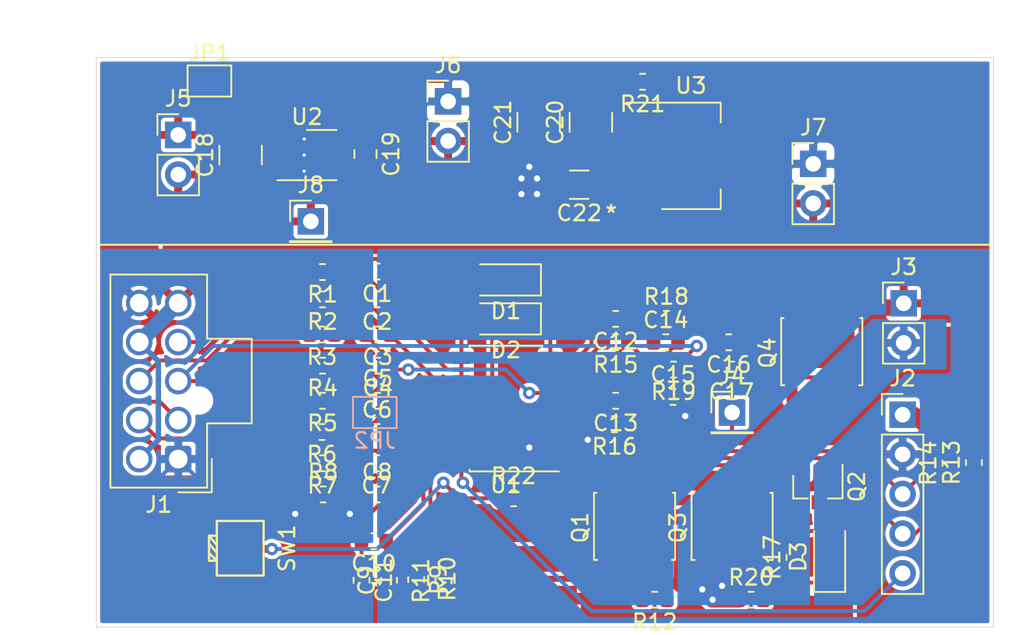
<source format=kicad_pcb>
(kicad_pcb (version 20190331) (host pcbnew "5.1.0-unknown-2bcf38d~82~ubuntu18.04.1")
  (layers (0 "F.Cu" signal) (31 "B.Cu" signal) (34 "B.Paste" user) (35 "F.Paste" user) (36 "B.SilkS" user) (37 "F.SilkS" user) (38 "B.Mask" user) (39 "F.Mask" user) (44 "Edge.Cuts" user))
  (net 0 "")
  (net 1 "Net-(C1-Pad2)")
  (net 2 "Net-(C1-Pad1)")
  (net 3 "Net-(C2-Pad2)")
  (net 4 "Net-(C4-Pad2)")
  (net 5 "Net-(C5-Pad2)")
  (net 6 "/VC5")
  (net 7 "/Batt_GND")
  (net 8 "Net-(C8-Pad2)")
  (net 9 "Net-(C10-Pad1)")
  (net 10 "Net-(C10-Pad2)")
  (net 11 "Net-(C12-Pad2)")
  (net 12 "/VC5x")
  (net 13 "Net-(C13-Pad2)")
  (net 14 "/low_GND")
  (net 15 "/Top_Batt")
  (net 16 "/REGSRC")
  (net 17 "/REGOUT")
  (net 18 "Net-(D3-Pad2)")
  (net 19 "Net-(D3-Pad1)")
  (net 20 "/P4")
  (net 21 "/P2")
  (net 22 "/P5")
  (net 23 "/P1")
  (net 24 "/alert")
  (net 25 "/batt_monitor_SCL")
  (net 26 "/batt_monitor_SDA")
  (net 27 "/external_3v3")
  (net 28 "/Pack-")
  (net 29 "Net-(Q1-Pad4)")
  (net 30 "Net-(Q1-Pad5)")
  (net 31 "Net-(Q1-Pad1)")
  (net 32 "Net-(Q2-Pad2)")
  (net 33 "Net-(R15-Pad2)")
  (net 34 "Net-(R16-Pad2)")
  (net 35 "/Pack+")
  (net 36 "/A")
  (net 37 "/Sheet5CB16465/5V")
  (net 38 "/Sheet5CB16465/3v3")
  (net 39 "Net-(R21-Pad2)")
  (net 40 "Net-(U2-Pad8)")
  (net 41 "Net-(U2-Pad9)")
  (net 42 "Net-(U2-Pad10)")
  (net 43 "/Sheet5CB16465/PG")
  (net 44 "/Sheet5CB16465/GND")
  (net 45 "/VC1")
  (net 46 "Net-(R22-Pad1)")
  (module "Connector_PinHeader_2.54mm:PinHeader_1x02_P2.54mm_Vertical" (layer "F.Cu") (at 95.5 63.21)
    (fp_text reference "J5" (at 0 -2.33) (layer "F.SilkS"))
    (fp_text value "Power In")
    (pad "2" thru_hole oval (at 0 2.54) (size 1.7 1.7) (drill 1) (layers *.Cu *.Mask) (net 35 "/Pack+"))
    (pad "1" thru_hole rect (at 0 0) (size 1.7 1.7) (drill 1) (layers *.Cu *.Mask) (net 7 "/Batt_GND"))
  )
  (module "Resistor_SMD:R_1210_3225Metric" (layer "F.Cu") (at 99.5 64.5 90)
    (fp_text reference "C18" (at 0 -2.28 90) (layer "F.SilkS"))
    (fp_text value "C3225X7R1H106M250AC")
    (pad "2" smd roundrect (at 1.4 0 90) (size 1.25 2.65) (layers "F.Cu" "F.Paste" "F.Mask") (roundrect_rratio 0.2) (net 44 "/Sheet5CB16465/GND"))
    (pad "1" smd roundrect (at -1.4 0 90) (size 1.25 2.65) (layers "F.Cu" "F.Paste" "F.Mask") (roundrect_rratio 0.2) (net 35 "/Pack+"))
  )
  (module "batteryMonitor:EVQ-P7A01P" (layer "F.Cu") (at 99.475 89.7 270)
    (fp_text reference "SW1" (at 0 -3 90) (layer "F.SilkS"))
    (fp_text value "SW_Push")
    (pad "2" smd rect (at 1.8 0.725 270) (size 1.4 1.05) (layers "F.Cu" "F.Paste" "F.Mask") (net 45 "/VC1"))
    (pad "1" smd rect (at 1.8 -0.725 270) (size 1.4 1.05) (layers "F.Cu" "F.Paste" "F.Mask") (net 46 "Net-(R22-Pad1)"))
    (pad "2" smd rect (at -1.8 0.725 270) (size 1.4 1.05) (layers "F.Cu" "F.Paste" "F.Mask") (net 45 "/VC1"))
    (pad "1" smd rect (at -1.8 -0.725 270) (size 1.4 1.05) (layers "F.Cu" "F.Paste" "F.Mask") (net 46 "Net-(R22-Pad1)"))
  )
  (module "Resistor_SMD:R_0603_1608Metric" (layer "F.Cu") (at 117 86.5)
    (fp_text reference "R22" (at 0 -1.43) (layer "F.SilkS"))
    (fp_text value "10k")
    (pad "2" smd roundrect (at 0.7875 0) (size 0.875 0.95) (layers "F.Cu" "F.Paste" "F.Mask") (net 34 "Net-(R16-Pad2)"))
    (pad "1" smd roundrect (at -0.7875 0) (size 0.875 0.95) (layers "F.Cu" "F.Paste" "F.Mask") (net 46 "Net-(R22-Pad1)"))
  )
  (module "Resistor_SMD:R_0603_1608Metric" (layer "F.Cu") (at 125.2625 59.8 180)
    (fp_text reference "R21" (at 0 -1.43) (layer "F.SilkS"))
    (fp_text value "10k")
    (pad "2" smd roundrect (at 0.7875 0 180) (size 0.875 0.95) (layers "F.Cu" "F.Paste" "F.Mask") (net 39 "Net-(R21-Pad2)"))
    (pad "1" smd roundrect (at -0.7875 0 180) (size 0.875 0.95) (layers "F.Cu" "F.Paste" "F.Mask") (net 37 "/Sheet5CB16465/5V"))
  )
  (module "Diode_SMD:D_SOD-123" (layer "F.Cu") (at 116.5 72.5 180)
    (fp_text reference "D1" (at 0 -2) (layer "F.SilkS"))
    (fp_text value "MMSD914")
    (pad "2" smd rect (at 1.65 0 180) (size 0.9 1.2) (layers "F.Cu" "F.Paste" "F.Mask") (net 6 "/VC5"))
    (pad "1" smd rect (at -1.65 0 180) (size 0.9 1.2) (layers "F.Cu" "F.Paste" "F.Mask") (net 12 "/VC5x"))
  )
  (module "Capacitor_SMD:C_0603_1608Metric" (layer "F.Cu") (at 108.25 73.75 180)
    (fp_text reference "C2" (at 0 -1.43) (layer "F.SilkS"))
    (fp_text value "1uF")
    (pad "1" smd roundrect (at -0.7875 0 180) (size 0.875 0.95) (layers "F.Cu" "F.Paste" "F.Mask") (net 1 "Net-(C1-Pad2)"))
    (pad "2" smd roundrect (at 0.7875 0 180) (size 0.875 0.95) (layers "F.Cu" "F.Paste" "F.Mask") (net 3 "Net-(C2-Pad2)"))
  )
  (module "Jumper:SolderJumper-2_P1.3mm_Bridged_Pad1.0x1.5mm" (layer "B.Cu") (at 108.1 81)
    (fp_text reference "JP2" (at 0 1.8) (layer "B.SilkS") (effects (justify mirror)))
    (fp_text value "SolderJumper_2_Bridged")
    (fp_poly (pts (xy -0.25 0.3) (xy 0.25 0.3) (xy 0.25 -0.3) (xy -0.25 -0.3)) (layer "B.Cu") (width 0))
    (pad "2" smd rect (at 0.65 0) (size 1 1.5) (layers "B.Cu" "B.Mask") (net 14 "/low_GND"))
    (pad "1" smd rect (at -0.65 0) (size 1 1.5) (layers "B.Cu" "B.Mask") (net 7 "/Batt_GND"))
  )
  (module "Package_TO_SOT_SMD:SOT-223-5" (layer "F.Cu") (at 128.3 64.55)
    (fp_text reference "U3" (at 0.0625 -4.5) (layer "F.SilkS"))
    (fp_text value "lp3965v3")
    (pad "1" smd rect (at -3.05 -2.25) (size 2.2 1) (layers "F.Cu" "F.Paste" "F.Mask") (net 39 "Net-(R21-Pad2)"))
    (pad "3" smd rect (at -3.05 0.75) (size 2.2 1) (layers "F.Cu" "F.Paste" "F.Mask") (net 38 "/Sheet5CB16465/3v3"))
    (pad "5" smd rect (at 3.25 0) (size 1.8 3.4) (layers "F.Cu" "F.Paste" "F.Mask") (net 44 "/Sheet5CB16465/GND"))
    (pad "2" smd rect (at -3.05 -0.75) (size 2.2 1) (layers "F.Cu" "F.Paste" "F.Mask") (net 37 "/Sheet5CB16465/5V"))
    (pad "4" smd rect (at -3.05 2.25) (size 2.2 1) (layers "F.Cu" "F.Paste" "F.Mask") (net 38 "/Sheet5CB16465/3v3"))
  )
  (module "Capacitor_SMD:C_1206_3216Metric" (layer "F.Cu") (at 121.2 66.4 180)
    (fp_text reference "C22" (at 0 -1.82) (layer "F.SilkS"))
    (fp_text value "TAJA336K006RNJ")
    (pad "2" smd roundrect (at 1.4 0 180) (size 1.25 1.75) (layers "F.Cu" "F.Paste" "F.Mask") (roundrect_rratio 0.2) (net 44 "/Sheet5CB16465/GND"))
    (pad "1" smd roundrect (at -1.4 0 180) (size 1.25 1.75) (layers "F.Cu" "F.Paste" "F.Mask") (roundrect_rratio 0.2) (net 38 "/Sheet5CB16465/3v3"))
  )
  (module "Capacitor_SMD:C_1210_3225Metric" (layer "F.Cu") (at 118.6 62.4 90)
    (fp_text reference "C21" (at 0 -2.28 90) (layer "F.SilkS"))
    (fp_text value "C1210C476M9RACTU")
    (pad "2" smd roundrect (at 1.4 0 90) (size 1.25 2.65) (layers "F.Cu" "F.Paste" "F.Mask") (roundrect_rratio 0.2) (net 44 "/Sheet5CB16465/GND"))
    (pad "1" smd roundrect (at -1.4 0 90) (size 1.25 2.65) (layers "F.Cu" "F.Paste" "F.Mask") (roundrect_rratio 0.2) (net 37 "/Sheet5CB16465/5V"))
  )
  (module "Capacitor_SMD:C_1210_3225Metric" (layer "F.Cu") (at 121.95 62.4 90)
    (fp_text reference "C20" (at 0 -2.28 90) (layer "F.SilkS"))
    (fp_text value "C1210C476M9RACTU")
    (pad "2" smd roundrect (at 1.4 0 90) (size 1.25 2.65) (layers "F.Cu" "F.Paste" "F.Mask") (roundrect_rratio 0.2) (net 44 "/Sheet5CB16465/GND"))
    (pad "1" smd roundrect (at -1.4 0 90) (size 1.25 2.65) (layers "F.Cu" "F.Paste" "F.Mask") (roundrect_rratio 0.2) (net 37 "/Sheet5CB16465/5V"))
  )
  (module "Connector_PinHeader_2.54mm:PinHeader_1x01_P2.54mm_Vertical" (layer "F.Cu") (at 104 68.75)
    (fp_text reference "J8" (at 0 -2.33) (layer "F.SilkS"))
    (fp_text value "Conn_01x01_Female" hide)
    (pad "1" thru_hole rect (at 0 0) (size 1.7 1.7) (drill 1) (layers *.Cu *.Mask) (net 43 "/Sheet5CB16465/PG"))
  )
  (module "Connector_Molex:Molex_Nano-Fit_105310-xx10_2x05_P2.50mm_Vertical" (layer "F.Cu") (at 95.50192 83.9858 180)
    (fp_text reference "J1" (at 1.25 -2.92) (layer "F.SilkS"))
    (fp_text value "Battery Input Connector")
    (pad "" np_thru_hole circle (at -1.34 3.75 180) (size 1.3 1.3) (drill 1.3) (layers *.Cu *.Mask))
    (pad "10" thru_hole circle (at 2.5 10 180) (size 1.7 1.7) (drill 1.2) (layers *.Cu *.Mask) (net 7 "/Batt_GND"))
    (pad "9" thru_hole circle (at 2.5 7.5 180) (size 1.7 1.7) (drill 1.2) (layers *.Cu *.Mask) (net 35 "/Pack+"))
    (pad "8" thru_hole circle (at 2.5 5 180) (size 1.7 1.7) (drill 1.2) (layers *.Cu *.Mask) (net 20 "/P4"))
    (pad "7" thru_hole circle (at 2.5 2.5 180) (size 1.7 1.7) (drill 1.2) (layers *.Cu *.Mask) (net 21 "/P2"))
    (pad "6" thru_hole circle (at 2.5 0 180) (size 1.7 1.7) (drill 1.2) (layers *.Cu *.Mask) (net 35 "/Pack+"))
    (pad "5" thru_hole circle (at 0 10 180) (size 1.7 1.7) (drill 1.2) (layers *.Cu *.Mask) (net 35 "/Pack+"))
    (pad "4" thru_hole circle (at 0 7.5 180) (size 1.7 1.7) (drill 1.2) (layers *.Cu *.Mask) (net 22 "/P5"))
    (pad "3" thru_hole circle (at 0 5 180) (size 1.7 1.7) (drill 1.2) (layers *.Cu *.Mask) (net 36 "/A"))
    (pad "2" thru_hole circle (at 0 2.5 180) (size 1.7 1.7) (drill 1.2) (layers *.Cu *.Mask) (net 23 "/P1"))
    (pad "1" thru_hole roundrect (at 0 0 180) (size 1.7 1.7) (drill 1.2) (layers *.Cu *.Mask) (roundrect_rratio 0.147059) (net 7 "/Batt_GND"))
  )
  (module "Package_LGA:Texas_SIL0010A_MicroSiP-10-1EP_3.8x3mm_P0.6mm_EP0.7x2.9mm_ThermalVias" (layer "F.Cu") (at 103.75 64.5)
    (fp_text reference "U2" (at 0 -2.45) (layer "F.SilkS"))
    (fp_text value "LMZM23601V5")
    (pad "10" smd roundrect (at 1.525 -1.2) (size 0.8 0.45) (layers "F.Cu" "F.Paste" "F.Mask") (net 42 "Net-(U2-Pad10)"))
    (pad "9" smd roundrect (at 1.525 -0.6) (size 0.8 0.45) (layers "F.Cu" "F.Paste" "F.Mask") (net 41 "Net-(U2-Pad9)"))
    (pad "8" smd roundrect (at 1.525 0) (size 0.8 0.45) (layers "F.Cu" "F.Paste" "F.Mask") (net 40 "Net-(U2-Pad8)"))
    (pad "7" smd roundrect (at 1.525 0.6) (size 0.8 0.45) (layers "F.Cu" "F.Paste" "F.Mask") (net 37 "/Sheet5CB16465/5V"))
    (pad "6" smd roundrect (at 1.525 1.2) (size 0.8 0.45) (layers "F.Cu" "F.Paste" "F.Mask") (net 37 "/Sheet5CB16465/5V"))
    (pad "5" smd roundrect (at -1.525 1.2) (size 0.8 0.45) (layers "F.Cu" "F.Paste" "F.Mask") (net 43 "/Sheet5CB16465/PG"))
    (pad "4" smd roundrect (at -1.525 0.6) (size 0.8 0.45) (layers "F.Cu" "F.Paste" "F.Mask") (net 35 "/Pack+"))
    (pad "3" smd roundrect (at -1.525 0) (size 0.8 0.45) (layers "F.Cu" "F.Paste" "F.Mask") (net 35 "/Pack+"))
    (pad "2" smd roundrect (at -1.525 -0.6) (size 0.8 0.45) (layers "F.Cu" "F.Paste" "F.Mask") (net 44 "/Sheet5CB16465/GND"))
    (pad "1" smd roundrect (at -1.525 -1.2) (size 0.8 0.45) (layers "F.Cu" "F.Paste" "F.Mask") (net 44 "/Sheet5CB16465/GND"))
    (pad "11" smd roundrect (at -0.175 0) (size 0.5 2.56) (layers "B.Cu") (net 44 "/Sheet5CB16465/GND"))
    (pad "11" thru_hole circle (at -0.175 1.03) (size 0.5 0.5) (drill 0.2) (layers *.Cu) (net 44 "/Sheet5CB16465/GND"))
    (pad "11" thru_hole circle (at -0.175 0) (size 0.5 0.5) (drill 0.2) (layers *.Cu) (net 44 "/Sheet5CB16465/GND"))
    (pad "11" thru_hole circle (at -0.175 -1.03) (size 0.5 0.5) (drill 0.2) (layers *.Cu) (net 44 "/Sheet5CB16465/GND"))
    (pad "11" smd roundrect (at -0.175 0) (size 0.7 2.9) (layers "F.Cu" "F.Mask") (net 44 "/Sheet5CB16465/GND"))
  )
  (module "Jumper:SolderJumper-2_P1.3mm_Bridged_Pad1.0x1.5mm" (layer "F.Cu") (at 97.5 59.75)
    (fp_text reference "JP1" (at 0 -1.8) (layer "F.SilkS"))
    (fp_text value "SolderJumper_2_Bridged")
    (fp_poly (pts (xy -0.25 -0.3) (xy 0.25 -0.3) (xy 0.25 0.3) (xy -0.25 0.3)) (layer "F.Cu") (width 0))
    (pad "2" smd rect (at 0.65 0) (size 1 1.5) (layers "F.Cu" "F.Mask") (net 44 "/Sheet5CB16465/GND"))
    (pad "1" smd rect (at -0.65 0) (size 1 1.5) (layers "F.Cu" "F.Mask") (net 7 "/Batt_GND"))
  )
  (module "Connector_PinHeader_2.54mm:PinHeader_1x02_P2.54mm_Vertical" (layer "F.Cu") (at 136.2 65.06)
    (fp_text reference "J7" (at 0 -2.33) (layer "F.SilkS"))
    (fp_text value "Conn_01x02_Female")
    (pad "2" thru_hole oval (at 0 2.54) (size 1.7 1.7) (drill 1) (layers *.Cu *.Mask) (net 38 "/Sheet5CB16465/3v3"))
    (pad "1" thru_hole rect (at 0 0) (size 1.7 1.7) (drill 1) (layers *.Cu *.Mask) (net 44 "/Sheet5CB16465/GND"))
  )
  (module "Connector_PinHeader_2.54mm:PinHeader_1x02_P2.54mm_Vertical" (layer "F.Cu") (at 112.8 61.06)
    (fp_text reference "J6" (at 0 -2.33) (layer "F.SilkS"))
    (fp_text value "Conn_01x02_Female")
    (pad "2" thru_hole oval (at 0 2.54) (size 1.7 1.7) (drill 1) (layers *.Cu *.Mask) (net 37 "/Sheet5CB16465/5V"))
    (pad "1" thru_hole rect (at 0 0) (size 1.7 1.7) (drill 1) (layers *.Cu *.Mask) (net 44 "/Sheet5CB16465/GND"))
  )
  (module "Capacitor_SMD:C_0805_2012Metric" (layer "F.Cu") (at 107.5 64.4375 270)
    (fp_text reference "C19" (at 0 -1.65 90) (layer "F.SilkS"))
    (fp_text value "22uF")
    (pad "1" smd roundrect (at -0.9375 0 270) (size 0.975 1.4) (layers "F.Cu" "F.Paste" "F.Mask") (net 44 "/Sheet5CB16465/GND"))
    (pad "2" smd roundrect (at 0.9375 0 270) (size 0.975 1.4) (layers "F.Cu" "F.Paste" "F.Mask") (net 37 "/Sheet5CB16465/5V"))
  )
  (module "batteryMonitor:LONG_2512" (layer "F.Cu") (at 117.75 91.65828 270)
    (fp_text reference "R10" (at 0 5 90) (layer "F.SilkS"))
    (fp_text value "0.009")
    (pad "2" smd rect (at -1.275 0.1 270) (size 1.65 6.6) (layers "F.Cu" "F.Paste" "F.Mask") (net 31 "Net-(Q1-Pad1)"))
    (pad "1" smd rect (at 1.275 0 270) (size 1.65 6.6) (layers "F.Cu" "F.Paste" "F.Mask") (net 7 "/Batt_GND"))
  )
  (module "Package_SO:TSSOP-30_4.4x7.8mm_P0.5mm" (layer "F.Cu") (at 116.5 80.75 180)
    (fp_text reference "U1" (at 0 -4.9) (layer "F.SilkS"))
    (fp_text value "BQ76930")
    (pad "30" smd rect (at 2.85 -3.5 180) (size 1.1 0.285) (layers "F.Cu" "F.Paste" "F.Mask") (net 24 "/alert"))
    (pad "29" smd rect (at 2.85 -3 180) (size 1.1 0.285) (layers "F.Cu" "F.Paste" "F.Mask") (net 10 "Net-(C10-Pad2)"))
    (pad "28" smd rect (at 2.85 -2.5 180) (size 1.1 0.285) (layers "F.Cu" "F.Paste" "F.Mask") (net 9 "Net-(C10-Pad1)"))
    (pad "27" smd rect (at 2.85 -2 180) (size 1.1 0.285) (layers "F.Cu" "F.Paste" "F.Mask") (net 8 "Net-(C8-Pad2)"))
    (pad "26" smd rect (at 2.85 -1.5 180) (size 1.1 0.285) (layers "F.Cu" "F.Paste" "F.Mask") (net 45 "/VC1"))
    (pad "25" smd rect (at 2.85 -1 180) (size 1.1 0.285) (layers "F.Cu" "F.Paste" "F.Mask") (net 5 "Net-(C5-Pad2)"))
    (pad "24" smd rect (at 2.85 -0.5 180) (size 1.1 0.285) (layers "F.Cu" "F.Paste" "F.Mask") (net 5 "Net-(C5-Pad2)"))
    (pad "23" smd rect (at 2.85 0 180) (size 1.1 0.285) (layers "F.Cu" "F.Paste" "F.Mask") (net 5 "Net-(C5-Pad2)"))
    (pad "22" smd rect (at 2.85 0.5 180) (size 1.1 0.285) (layers "F.Cu" "F.Paste" "F.Mask") (net 6 "/VC5"))
    (pad "21" smd rect (at 2.85 1 180) (size 1.1 0.285) (layers "F.Cu" "F.Paste" "F.Mask") (net 4 "Net-(C4-Pad2)"))
    (pad "20" smd rect (at 2.85 1.5 180) (size 1.1 0.285) (layers "F.Cu" "F.Paste" "F.Mask") (net 3 "Net-(C2-Pad2)"))
    (pad "19" smd rect (at 2.85 2 180) (size 1.1 0.285) (layers "F.Cu" "F.Paste" "F.Mask") (net 1 "Net-(C1-Pad2)"))
    (pad "18" smd rect (at 2.85 2.5 180) (size 1.1 0.285) (layers "F.Cu" "F.Paste" "F.Mask") (net 1 "Net-(C1-Pad2)"))
    (pad "17" smd rect (at 2.85 3 180) (size 1.1 0.285) (layers "F.Cu" "F.Paste" "F.Mask") (net 1 "Net-(C1-Pad2)"))
    (pad "16" smd rect (at 2.85 3.5 180) (size 1.1 0.285) (layers "F.Cu" "F.Paste" "F.Mask") (net 2 "Net-(C1-Pad1)"))
    (pad "15" smd rect (at -2.85 3.5 180) (size 1.1 0.285) (layers "F.Cu" "F.Paste" "F.Mask") (net 15 "/Top_Batt"))
    (pad "14" smd rect (at -2.85 3 180) (size 1.1 0.285) (layers "F.Cu" "F.Paste" "F.Mask") (net 11 "Net-(C12-Pad2)"))
    (pad "13" smd rect (at -2.85 2.5 180) (size 1.1 0.285) (layers "F.Cu" "F.Paste" "F.Mask") (net 33 "Net-(R15-Pad2)"))
    (pad "12" smd rect (at -2.85 2 180) (size 1.1 0.285) (layers "F.Cu" "F.Paste" "F.Mask") (net 11 "Net-(C12-Pad2)"))
    (pad "11" smd rect (at -2.85 1.5 180) (size 1.1 0.285) (layers "F.Cu" "F.Paste" "F.Mask") (net 11 "Net-(C12-Pad2)"))
    (pad "10" smd rect (at -2.85 1 180) (size 1.1 0.285) (layers "F.Cu" "F.Paste" "F.Mask") (net 12 "/VC5x"))
    (pad "9" smd rect (at -2.85 0.5 180) (size 1.1 0.285) (layers "F.Cu" "F.Paste" "F.Mask") (net 16 "/REGSRC"))
    (pad "8" smd rect (at -2.85 0 180) (size 1.1 0.285) (layers "F.Cu" "F.Paste" "F.Mask") (net 17 "/REGOUT"))
    (pad "7" smd rect (at -2.85 -0.5 180) (size 1.1 0.285) (layers "F.Cu" "F.Paste" "F.Mask") (net 13 "Net-(C13-Pad2)"))
    (pad "6" smd rect (at -2.85 -1 180) (size 1.1 0.285) (layers "F.Cu" "F.Paste" "F.Mask") (net 34 "Net-(R16-Pad2)"))
    (pad "5" smd rect (at -2.85 -1.5 180) (size 1.1 0.285) (layers "F.Cu" "F.Paste" "F.Mask") (net 25 "/batt_monitor_SCL"))
    (pad "4" smd rect (at -2.85 -2 180) (size 1.1 0.285) (layers "F.Cu" "F.Paste" "F.Mask") (net 26 "/batt_monitor_SDA"))
    (pad "3" smd rect (at -2.85 -2.5 180) (size 1.1 0.285) (layers "F.Cu" "F.Paste" "F.Mask") (net 14 "/low_GND"))
    (pad "2" smd rect (at -2.85 -3 180) (size 1.1 0.285) (layers "F.Cu" "F.Paste" "F.Mask") (net 32 "Net-(Q2-Pad2)"))
    (pad "1" smd rect (at -2.85 -3.5 180) (size 1.1 0.285) (layers "F.Cu" "F.Paste" "F.Mask") (net 29 "Net-(Q1-Pad4)"))
  )
  (module "Resistor_SMD:R_0603_1608Metric" (layer "F.Cu") (at 132.2125 93)
    (fp_text reference "R20" (at 0 -1.43) (layer "F.SilkS"))
    (fp_text value "1M")
    (pad "2" smd roundrect (at 0.7875 0) (size 0.875 0.95) (layers "F.Cu" "F.Paste" "F.Mask") (net 19 "Net-(D3-Pad1)"))
    (pad "1" smd roundrect (at -0.7875 0) (size 0.875 0.95) (layers "F.Cu" "F.Paste" "F.Mask") (net 28 "/Pack-"))
  )
  (module "Resistor_SMD:R_0603_1608Metric" (layer "F.Cu") (at 127.25 78.25 180)
    (fp_text reference "R19" (at 0 -1.43) (layer "F.SilkS"))
    (fp_text value "100")
    (pad "2" smd roundrect (at 0.7875 0 180) (size 0.875 0.95) (layers "F.Cu" "F.Paste" "F.Mask") (net 12 "/VC5x"))
    (pad "1" smd roundrect (at -0.7875 0 180) (size 0.875 0.95) (layers "F.Cu" "F.Paste" "F.Mask") (net 36 "/A"))
  )
  (module "Resistor_SMD:R_0603_1608Metric" (layer "F.Cu") (at 126.7875 75)
    (fp_text reference "R18" (at 0 -1.43) (layer "F.SilkS"))
    (fp_text value "100")
    (pad "2" smd roundrect (at 0.7875 0) (size 0.875 0.95) (layers "F.Cu" "F.Paste" "F.Mask") (net 35 "/Pack+"))
    (pad "1" smd roundrect (at -0.7875 0) (size 0.875 0.95) (layers "F.Cu" "F.Paste" "F.Mask") (net 15 "/Top_Batt"))
  )
  (module "Resistor_SMD:R_0603_1608Metric" (layer "F.Cu") (at 135 90.2875 90)
    (fp_text reference "R17" (at 0 -1.43 90) (layer "F.SilkS"))
    (fp_text value "1M")
    (pad "2" smd roundrect (at 0.7875 0 90) (size 0.875 0.95) (layers "F.Cu" "F.Paste" "F.Mask") (net 18 "Net-(D3-Pad2)"))
    (pad "1" smd roundrect (at -0.7875 0 90) (size 0.875 0.95) (layers "F.Cu" "F.Paste" "F.Mask") (net 19 "Net-(D3-Pad1)"))
  )
  (module "Resistor_SMD:R_0603_1608Metric" (layer "F.Cu") (at 123.4625 81.75 180)
    (fp_text reference "R16" (at 0 -1.43) (layer "F.SilkS"))
    (fp_text value "10k")
    (pad "2" smd roundrect (at 0.7875 0 180) (size 0.875 0.95) (layers "F.Cu" "F.Paste" "F.Mask") (net 34 "Net-(R16-Pad2)"))
    (pad "1" smd roundrect (at -0.7875 0 180) (size 0.875 0.95) (layers "F.Cu" "F.Paste" "F.Mask") (net 14 "/low_GND"))
  )
  (module "Resistor_SMD:R_0603_1608Metric" (layer "F.Cu") (at 123.5375 76.5 180)
    (fp_text reference "R15" (at 0 -1.43) (layer "F.SilkS"))
    (fp_text value "10k")
    (pad "2" smd roundrect (at 0.7875 0 180) (size 0.875 0.95) (layers "F.Cu" "F.Paste" "F.Mask") (net 33 "Net-(R15-Pad2)"))
    (pad "1" smd roundrect (at -0.7875 0 180) (size 0.875 0.95) (layers "F.Cu" "F.Paste" "F.Mask") (net 12 "/VC5x"))
  )
  (module "Resistor_SMD:R_0603_1608Metric" (layer "F.Cu") (at 145 84.25 90)
    (fp_text reference "R14" (at 0 -1.43 90) (layer "F.SilkS"))
    (fp_text value "1k")
    (pad "1" smd roundrect (at -0.7875 0 90) (size 0.875 0.95) (layers "F.Cu" "F.Paste" "F.Mask") (net 25 "/batt_monitor_SCL"))
    (pad "2" smd roundrect (at 0.7875 0 90) (size 0.875 0.95) (layers "F.Cu" "F.Paste" "F.Mask") (net 27 "/external_3v3"))
  )
  (module "Resistor_SMD:R_0603_1608Metric" (layer "F.Cu") (at 146.5 84.2125 90)
    (fp_text reference "R13" (at 0 -1.43 90) (layer "F.SilkS"))
    (fp_text value "1k")
    (pad "1" smd roundrect (at -0.7875 0 90) (size 0.875 0.95) (layers "F.Cu" "F.Paste" "F.Mask") (net 26 "/batt_monitor_SDA"))
    (pad "2" smd roundrect (at 0.7875 0 90) (size 0.875 0.95) (layers "F.Cu" "F.Paste" "F.Mask") (net 27 "/external_3v3"))
  )
  (module "Resistor_SMD:R_0603_1608Metric" (layer "F.Cu") (at 126.0375 93 180)
    (fp_text reference "R12" (at 0 -1.43) (layer "F.SilkS"))
    (fp_text value "1M")
    (pad "2" smd roundrect (at 0.7875 0 180) (size 0.875 0.95) (layers "F.Cu" "F.Paste" "F.Mask") (net 31 "Net-(Q1-Pad1)"))
    (pad "1" smd roundrect (at -0.7875 0 180) (size 0.875 0.95) (layers "F.Cu" "F.Paste" "F.Mask") (net 29 "Net-(Q1-Pad4)"))
  )
  (module "Resistor_SMD:R_0603_1608Metric" (layer "F.Cu") (at 112.5 91.7875 90)
    (fp_text reference "R11" (at 0 -1.43 90) (layer "F.SilkS"))
    (fp_text value "100")
    (pad "2" smd roundrect (at 0.7875 0 90) (size 0.875 0.95) (layers "F.Cu" "F.Paste" "F.Mask") (net 31 "Net-(Q1-Pad1)"))
    (pad "1" smd roundrect (at -0.7875 0 90) (size 0.875 0.95) (layers "F.Cu" "F.Paste" "F.Mask") (net 10 "Net-(C10-Pad2)"))
  )
  (module "Resistor_SMD:R_0603_1608Metric" (layer "F.Cu") (at 110.75 91.7125 270)
    (fp_text reference "R9" (at 0 -1.43 90) (layer "F.SilkS"))
    (fp_text value "100")
    (pad "2" smd roundrect (at 0.7875 0 270) (size 0.875 0.95) (layers "F.Cu" "F.Paste" "F.Mask") (net 7 "/Batt_GND"))
    (pad "1" smd roundrect (at -0.7875 0 270) (size 0.875 0.95) (layers "F.Cu" "F.Paste" "F.Mask") (net 9 "Net-(C10-Pad1)"))
  )
  (module "Resistor_SMD:R_0603_1608Metric" (layer "F.Cu") (at 104.7875 86.25)
    (fp_text reference "R8" (at 0 -1.43) (layer "F.SilkS"))
    (fp_text value "1k")
    (pad "1" smd roundrect (at -0.7875 0) (size 0.875 0.95) (layers "F.Cu" "F.Paste" "F.Mask") (net 8 "Net-(C8-Pad2)"))
    (pad "2" smd roundrect (at 0.7875 0) (size 0.875 0.95) (layers "F.Cu" "F.Paste" "F.Mask") (net 7 "/Batt_GND"))
  )
  (module "Resistor_SMD:R_0603_1608Metric" (layer "F.Cu") (at 104.75 84.25 180)
    (fp_text reference "R7" (at 0 -1.43) (layer "F.SilkS"))
    (fp_text value "1k")
    (pad "1" smd roundrect (at -0.7875 0 180) (size 0.875 0.95) (layers "F.Cu" "F.Paste" "F.Mask") (net 45 "/VC1"))
    (pad "2" smd roundrect (at 0.7875 0 180) (size 0.875 0.95) (layers "F.Cu" "F.Paste" "F.Mask") (net 23 "/P1"))
  )
  (module "Resistor_SMD:R_0603_1608Metric" (layer "F.Cu") (at 104.7125 82.25 180)
    (fp_text reference "R6" (at 0 -1.43) (layer "F.SilkS"))
    (fp_text value "1k")
    (pad "1" smd roundrect (at -0.7875 0 180) (size 0.875 0.95) (layers "F.Cu" "F.Paste" "F.Mask") (net 5 "Net-(C5-Pad2)"))
    (pad "2" smd roundrect (at 0.7875 0 180) (size 0.875 0.95) (layers "F.Cu" "F.Paste" "F.Mask") (net 21 "/P2"))
  )
  (module "Resistor_SMD:R_0603_1608Metric" (layer "F.Cu") (at 104.75 80.25 180)
    (fp_text reference "R5" (at 0 -1.43) (layer "F.SilkS"))
    (fp_text value "1k")
    (pad "1" smd roundrect (at -0.7875 0 180) (size 0.875 0.95) (layers "F.Cu" "F.Paste" "F.Mask") (net 6 "/VC5"))
    (pad "2" smd roundrect (at 0.7875 0 180) (size 0.875 0.95) (layers "F.Cu" "F.Paste" "F.Mask") (net 36 "/A"))
  )
  (module "Resistor_SMD:R_0603_1608Metric" (layer "F.Cu") (at 104.75 78 180)
    (fp_text reference "R4" (at 0 -1.43) (layer "F.SilkS"))
    (fp_text value "1k")
    (pad "1" smd roundrect (at -0.7875 0 180) (size 0.875 0.95) (layers "F.Cu" "F.Paste" "F.Mask") (net 4 "Net-(C4-Pad2)"))
    (pad "2" smd roundrect (at 0.7875 0 180) (size 0.875 0.95) (layers "F.Cu" "F.Paste" "F.Mask") (net 36 "/A"))
  )
  (module "Resistor_SMD:R_0603_1608Metric" (layer "F.Cu") (at 104.7125 76 180)
    (fp_text reference "R3" (at 0 -1.43) (layer "F.SilkS"))
    (fp_text value "1k")
    (pad "1" smd roundrect (at -0.7875 0 180) (size 0.875 0.95) (layers "F.Cu" "F.Paste" "F.Mask") (net 3 "Net-(C2-Pad2)"))
    (pad "2" smd roundrect (at 0.7875 0 180) (size 0.875 0.95) (layers "F.Cu" "F.Paste" "F.Mask") (net 20 "/P4"))
  )
  (module "Resistor_SMD:R_0603_1608Metric" (layer "F.Cu") (at 104.75 73.75 180)
    (fp_text reference "R2" (at 0 -1.43) (layer "F.SilkS"))
    (fp_text value "1k")
    (pad "1" smd roundrect (at -0.7875 0 180) (size 0.875 0.95) (layers "F.Cu" "F.Paste" "F.Mask") (net 1 "Net-(C1-Pad2)"))
    (pad "2" smd roundrect (at 0.7875 0 180) (size 0.875 0.95) (layers "F.Cu" "F.Paste" "F.Mask") (net 22 "/P5"))
  )
  (module "Resistor_SMD:R_0603_1608Metric" (layer "F.Cu") (at 104.75 72 180)
    (fp_text reference "R1" (at 0 -1.43) (layer "F.SilkS"))
    (fp_text value "1k")
    (pad "1" smd roundrect (at -0.7875 0 180) (size 0.875 0.95) (layers "F.Cu" "F.Paste" "F.Mask") (net 2 "Net-(C1-Pad1)"))
    (pad "2" smd roundrect (at 0.7875 0 180) (size 0.875 0.95) (layers "F.Cu" "F.Paste" "F.Mask") (net 35 "/Pack+"))
  )
  (module "Package_TO_SOT_SMD:LFPAK56" (layer "F.Cu") (at 136.75 76.935 90)
    (fp_text reference "Q4" (at -0.245 -3.48 90) (layer "F.SilkS"))
    (fp_text value "PSMN5R8-40YS")
    (pad "2" smd rect (at -2.835 -0.64) (size 0.7 1.15) (layers "F.Cu" "F.Paste" "F.Mask") (net 16 "/REGSRC"))
    (pad "1" smd rect (at -2.835 -1.91) (size 0.7 1.15) (layers "F.Cu" "F.Paste" "F.Mask") (net 16 "/REGSRC"))
    (pad "3" smd rect (at -2.835 0.64) (size 0.7 1.15) (layers "F.Cu" "F.Paste" "F.Mask") (net 16 "/REGSRC"))
    (pad "5" smd rect (at 2.635 0) (size 4.7 1.55) (layers "F.Cu" "F.Mask") (net 35 "/Pack+"))
    (pad "5" smd rect (at 0.435 0) (size 4.2 3.3) (layers "F.Cu" "F.Mask") (net 35 "/Pack+"))
    (pad "4" smd rect (at -2.835 1.91) (size 0.7 1.15) (layers "F.Cu" "F.Paste" "F.Mask") (net 12 "/VC5x"))
  )
  (module "Package_TO_SOT_SMD:LFPAK56" (layer "F.Cu") (at 131 88.135 90)
    (fp_text reference "Q3" (at -0.245 -3.48 90) (layer "F.SilkS"))
    (fp_text value "PSMN5R8-40YS")
    (pad "2" smd rect (at -2.835 -0.64) (size 0.7 1.15) (layers "F.Cu" "F.Paste" "F.Mask") (net 28 "/Pack-"))
    (pad "1" smd rect (at -2.835 -1.91) (size 0.7 1.15) (layers "F.Cu" "F.Paste" "F.Mask") (net 28 "/Pack-"))
    (pad "3" smd rect (at -2.835 0.64) (size 0.7 1.15) (layers "F.Cu" "F.Paste" "F.Mask") (net 28 "/Pack-"))
    (pad "5" smd rect (at 2.635 0) (size 4.7 1.55) (layers "F.Cu" "F.Mask") (net 30 "Net-(Q1-Pad5)"))
    (pad "5" smd rect (at 0.435 0) (size 4.2 3.3) (layers "F.Cu" "F.Mask") (net 30 "Net-(Q1-Pad5)"))
    (pad "4" smd rect (at -2.835 1.91) (size 0.7 1.15) (layers "F.Cu" "F.Paste" "F.Mask") (net 19 "Net-(D3-Pad1)"))
  )
  (module "Package_TO_SOT_SMD:SOT-23" (layer "F.Cu") (at 136.5 85.75 270)
    (fp_text reference "Q2" (at 0 -2.5 90) (layer "F.SilkS"))
    (fp_text value "IRLML6402")
    (pad "3" smd rect (at 1 0 270) (size 0.9 0.8) (layers "F.Cu" "F.Paste" "F.Mask") (net 18 "Net-(D3-Pad2)"))
    (pad "2" smd rect (at -1 0.95 270) (size 0.9 0.8) (layers "F.Cu" "F.Paste" "F.Mask") (net 32 "Net-(Q2-Pad2)"))
    (pad "1" smd rect (at -1 -0.95 270) (size 0.9 0.8) (layers "F.Cu" "F.Paste" "F.Mask") (net 7 "/Batt_GND"))
  )
  (module "Package_TO_SOT_SMD:LFPAK56" (layer "F.Cu") (at 124.75 88.135 90)
    (fp_text reference "Q1" (at -0.245 -3.48 90) (layer "F.SilkS"))
    (fp_text value "PSMN5R8-40YS")
    (pad "2" smd rect (at -2.835 -0.64) (size 0.7 1.15) (layers "F.Cu" "F.Paste" "F.Mask") (net 31 "Net-(Q1-Pad1)"))
    (pad "1" smd rect (at -2.835 -1.91) (size 0.7 1.15) (layers "F.Cu" "F.Paste" "F.Mask") (net 31 "Net-(Q1-Pad1)"))
    (pad "3" smd rect (at -2.835 0.64) (size 0.7 1.15) (layers "F.Cu" "F.Paste" "F.Mask") (net 31 "Net-(Q1-Pad1)"))
    (pad "5" smd rect (at 2.635 0) (size 4.7 1.55) (layers "F.Cu" "F.Mask") (net 30 "Net-(Q1-Pad5)"))
    (pad "5" smd rect (at 0.435 0) (size 4.2 3.3) (layers "F.Cu" "F.Mask") (net 30 "Net-(Q1-Pad5)"))
    (pad "4" smd rect (at -2.835 1.91) (size 0.7 1.15) (layers "F.Cu" "F.Paste" "F.Mask") (net 29 "Net-(Q1-Pad4)"))
  )
  (module "Connector_PinHeader_2.54mm:PinHeader_1x01_P2.54mm_Vertical" (layer "F.Cu") (at 131 81)
    (fp_text reference "J4" (at 0 -2.33) (layer "F.SilkS"))
    (fp_text value "Conn_01x01_Female")
    (pad "1" thru_hole rect (at 0 0) (size 1.7 1.7) (drill 1) (layers *.Cu *.Mask) (net 17 "/REGOUT"))
  )
  (module "Connector_PinHeader_2.54mm:PinHeader_1x02_P2.54mm_Vertical" (layer "F.Cu") (at 142 74)
    (fp_text reference "J3" (at 0 -2.33) (layer "F.SilkS"))
    (fp_text value "Conn_01x02_Female")
    (pad "1" thru_hole rect (at 0 0) (size 1.7 1.7) (drill 1) (layers *.Cu *.Mask) (net 35 "/Pack+"))
    (pad "2" thru_hole oval (at 0 2.54) (size 1.7 1.7) (drill 1) (layers *.Cu *.Mask) (net 28 "/Pack-"))
  )
  (module "Connector_PinHeader_2.54mm:PinHeader_1x05_P2.54mm_Vertical" (layer "F.Cu") (at 141.93108 81.14188)
    (fp_text reference "J2" (at 0 -2.33) (layer "F.SilkS"))
    (fp_text value "Conn_01x05_Male")
    (pad "1" thru_hole rect (at 0 0) (size 1.7 1.7) (drill 1) (layers *.Cu *.Mask) (net 27 "/external_3v3"))
    (pad "2" thru_hole oval (at 0 2.54) (size 1.7 1.7) (drill 1) (layers *.Cu *.Mask) (net 14 "/low_GND"))
    (pad "3" thru_hole oval (at 0 5.08) (size 1.7 1.7) (drill 1) (layers *.Cu *.Mask) (net 25 "/batt_monitor_SCL"))
    (pad "4" thru_hole oval (at 0 7.62) (size 1.7 1.7) (drill 1) (layers *.Cu *.Mask) (net 26 "/batt_monitor_SDA"))
    (pad "5" thru_hole oval (at 0 10.16) (size 1.7 1.7) (drill 1) (layers *.Cu *.Mask) (net 24 "/alert"))
  )
  (module "Diode_SMD:D_SOD-123" (layer "F.Cu") (at 137.25 90.25 90)
    (fp_text reference "D3" (at 0 -2 90) (layer "F.SilkS"))
    (fp_text value "MMSD914")
    (pad "2" smd rect (at 1.65 0 90) (size 0.9 1.2) (layers "F.Cu" "F.Paste" "F.Mask") (net 18 "Net-(D3-Pad2)"))
    (pad "1" smd rect (at -1.65 0 90) (size 0.9 1.2) (layers "F.Cu" "F.Paste" "F.Mask") (net 19 "Net-(D3-Pad1)"))
  )
  (module "Diode_SMD:D_SOD-123" (layer "F.Cu") (at 116.5 75 180)
    (fp_text reference "D2" (at 0 -2) (layer "F.SilkS"))
    (fp_text value "MMSD914")
    (pad "2" smd rect (at 1.65 0 180) (size 0.9 1.2) (layers "F.Cu" "F.Paste" "F.Mask") (net 2 "Net-(C1-Pad1)"))
    (pad "1" smd rect (at -1.65 0 180) (size 0.9 1.2) (layers "F.Cu" "F.Paste" "F.Mask") (net 15 "/Top_Batt"))
  )
  (module "Capacitor_SMD:C_0603_1608Metric" (layer "F.Cu") (at 130.9625 78.25 180)
    (fp_text reference "C17" (at 0 -1.43) (layer "F.SilkS"))
    (fp_text value "4.7uF")
    (pad "2" smd roundrect (at 0.7875 0 180) (size 0.875 0.95) (layers "F.Cu" "F.Paste" "F.Mask") (net 17 "/REGOUT"))
    (pad "1" smd roundrect (at -0.7875 0 180) (size 0.875 0.95) (layers "F.Cu" "F.Paste" "F.Mask") (net 14 "/low_GND"))
  )
  (module "Capacitor_SMD:C_0603_1608Metric" (layer "F.Cu") (at 130.7875 76.5 180)
    (fp_text reference "C16" (at 0 -1.43) (layer "F.SilkS"))
    (fp_text value "1uF")
    (pad "2" smd roundrect (at 0.7875 0 180) (size 0.875 0.95) (layers "F.Cu" "F.Paste" "F.Mask") (net 16 "/REGSRC"))
    (pad "1" smd roundrect (at -0.7875 0 180) (size 0.875 0.95) (layers "F.Cu" "F.Paste" "F.Mask") (net 14 "/low_GND"))
  )
  (module "Capacitor_SMD:C_0603_1608Metric" (layer "F.Cu") (at 127.2125 80)
    (fp_text reference "C15" (at 0 -1.43) (layer "F.SilkS"))
    (fp_text value "10uF")
    (pad "2" smd roundrect (at 0.7875 0) (size 0.875 0.95) (layers "F.Cu" "F.Paste" "F.Mask") (net 14 "/low_GND"))
    (pad "1" smd roundrect (at -0.7875 0) (size 0.875 0.95) (layers "F.Cu" "F.Paste" "F.Mask") (net 12 "/VC5x"))
  )
  (module "Capacitor_SMD:C_0603_1608Metric" (layer "F.Cu") (at 126.75 76.5)
    (fp_text reference "C14" (at 0 -1.43) (layer "F.SilkS"))
    (fp_text value "10uF")
    (pad "2" smd roundrect (at 0.7875 0) (size 0.875 0.95) (layers "F.Cu" "F.Paste" "F.Mask") (net 12 "/VC5x"))
    (pad "1" smd roundrect (at -0.7875 0) (size 0.875 0.95) (layers "F.Cu" "F.Paste" "F.Mask") (net 15 "/Top_Batt"))
  )
  (module "Capacitor_SMD:C_0603_1608Metric" (layer "F.Cu") (at 123.5375 80.25 180)
    (fp_text reference "C13" (at 0 -1.43) (layer "F.SilkS"))
    (fp_text value "1uF")
    (pad "2" smd roundrect (at 0.7875 0 180) (size 0.875 0.95) (layers "F.Cu" "F.Paste" "F.Mask") (net 13 "Net-(C13-Pad2)"))
    (pad "1" smd roundrect (at -0.7875 0 180) (size 0.875 0.95) (layers "F.Cu" "F.Paste" "F.Mask") (net 14 "/low_GND"))
  )
  (module "Capacitor_SMD:C_0603_1608Metric" (layer "F.Cu") (at 123.5375 75 180)
    (fp_text reference "C12" (at 0 -1.43) (layer "F.SilkS"))
    (fp_text value "1uF")
    (pad "2" smd roundrect (at 0.7875 0 180) (size 0.875 0.95) (layers "F.Cu" "F.Paste" "F.Mask") (net 11 "Net-(C12-Pad2)"))
    (pad "1" smd roundrect (at -0.7875 0 180) (size 0.875 0.95) (layers "F.Cu" "F.Paste" "F.Mask") (net 12 "/VC5x"))
  )
  (module "Capacitor_SMD:C_0603_1608Metric" (layer "F.Cu") (at 107.25 91.75 270)
    (fp_text reference "C11" (at 0 -1.43 90) (layer "F.SilkS"))
    (fp_text value "0.1Uf")
    (pad "2" smd roundrect (at 0.7875 0 270) (size 0.875 0.95) (layers "F.Cu" "F.Paste" "F.Mask") (net 7 "/Batt_GND"))
    (pad "1" smd roundrect (at -0.7875 0 270) (size 0.875 0.95) (layers "F.Cu" "F.Paste" "F.Mask") (net 10 "Net-(C10-Pad2)"))
  )
  (module "Capacitor_SMD:C_0603_1608Metric" (layer "F.Cu") (at 108.0375 89.25 180)
    (fp_text reference "C10" (at 0 -1.43) (layer "F.SilkS"))
    (fp_text value "0.1Uf")
    (pad "1" smd roundrect (at -0.7875 0 180) (size 0.875 0.95) (layers "F.Cu" "F.Paste" "F.Mask") (net 9 "Net-(C10-Pad1)"))
    (pad "2" smd roundrect (at 0.7875 0 180) (size 0.875 0.95) (layers "F.Cu" "F.Paste" "F.Mask") (net 10 "Net-(C10-Pad2)"))
  )
  (module "Capacitor_SMD:C_0603_1608Metric" (layer "F.Cu") (at 109.01078 91.75476 90)
    (fp_text reference "C9" (at 0 -1.43 90) (layer "F.SilkS"))
    (fp_text value "0.1Uf")
    (pad "2" smd roundrect (at 0.7875 0 90) (size 0.875 0.95) (layers "F.Cu" "F.Paste" "F.Mask") (net 9 "Net-(C10-Pad1)"))
    (pad "1" smd roundrect (at -0.7875 0 90) (size 0.875 0.95) (layers "F.Cu" "F.Paste" "F.Mask") (net 7 "/Batt_GND"))
  )
  (module "Capacitor_SMD:C_0603_1608Metric" (layer "F.Cu") (at 108.25 86.25)
    (fp_text reference "C8" (at 0 -1.43) (layer "F.SilkS"))
    (fp_text value "1uF")
    (pad "1" smd roundrect (at -0.7875 0) (size 0.875 0.95) (layers "F.Cu" "F.Paste" "F.Mask") (net 7 "/Batt_GND"))
    (pad "2" smd roundrect (at 0.7875 0) (size 0.875 0.95) (layers "F.Cu" "F.Paste" "F.Mask") (net 8 "Net-(C8-Pad2)"))
  )
  (module "Capacitor_SMD:C_0603_1608Metric" (layer "F.Cu") (at 108.2125 84.25 180)
    (fp_text reference "C7" (at 0 -1.43) (layer "F.SilkS"))
    (fp_text value "1uF")
    (pad "1" smd roundrect (at -0.7875 0 180) (size 0.875 0.95) (layers "F.Cu" "F.Paste" "F.Mask") (net 45 "/VC1"))
    (pad "2" smd roundrect (at 0.7875 0 180) (size 0.875 0.95) (layers "F.Cu" "F.Paste" "F.Mask") (net 7 "/Batt_GND"))
  )
  (module "Capacitor_SMD:C_0603_1608Metric" (layer "F.Cu") (at 108.25 82.25)
    (fp_text reference "C6" (at 0 -1.43) (layer "F.SilkS"))
    (fp_text value "1uF")
    (pad "1" smd roundrect (at -0.7875 0) (size 0.875 0.95) (layers "F.Cu" "F.Paste" "F.Mask") (net 5 "Net-(C5-Pad2)"))
    (pad "2" smd roundrect (at 0.7875 0) (size 0.875 0.95) (layers "F.Cu" "F.Paste" "F.Mask") (net 45 "/VC1"))
  )
  (module "Capacitor_SMD:C_0603_1608Metric" (layer "F.Cu") (at 108.2875 80.25)
    (fp_text reference "C5" (at 0 -1.43) (layer "F.SilkS"))
    (fp_text value "1uF")
    (pad "1" smd roundrect (at -0.7875 0) (size 0.875 0.95) (layers "F.Cu" "F.Paste" "F.Mask") (net 6 "/VC5"))
    (pad "2" smd roundrect (at 0.7875 0) (size 0.875 0.95) (layers "F.Cu" "F.Paste" "F.Mask") (net 5 "Net-(C5-Pad2)"))
  )
  (module "Capacitor_SMD:C_0603_1608Metric" (layer "F.Cu") (at 108.2875 78 180)
    (fp_text reference "C4" (at 0 -1.43) (layer "F.SilkS"))
    (fp_text value "1uF")
    (pad "1" smd roundrect (at -0.7875 0 180) (size 0.875 0.95) (layers "F.Cu" "F.Paste" "F.Mask") (net 12 "/VC5x"))
    (pad "2" smd roundrect (at 0.7875 0 180) (size 0.875 0.95) (layers "F.Cu" "F.Paste" "F.Mask") (net 4 "Net-(C4-Pad2)"))
  )
  (module "Capacitor_SMD:C_0603_1608Metric" (layer "F.Cu") (at 108.2875 76 180)
    (fp_text reference "C3" (at 0 -1.43) (layer "F.SilkS"))
    (fp_text value "1uF")
    (pad "1" smd roundrect (at -0.7875 0 180) (size 0.875 0.95) (layers "F.Cu" "F.Paste" "F.Mask") (net 3 "Net-(C2-Pad2)"))
    (pad "2" smd roundrect (at 0.7875 0 180) (size 0.875 0.95) (layers "F.Cu" "F.Paste" "F.Mask") (net 12 "/VC5x"))
  )
  (module "Capacitor_SMD:C_0603_1608Metric" (layer "F.Cu") (at 108.25 71.9625 180)
    (fp_text reference "C1" (at 0 -1.43) (layer "F.SilkS"))
    (fp_text value "1uF")
    (pad "1" smd roundrect (at -0.7875 0 180) (size 0.875 0.95) (layers "F.Cu" "F.Paste" "F.Mask") (net 2 "Net-(C1-Pad1)"))
    (pad "2" smd roundrect (at 0.7875 0 180) (size 0.875 0.95) (layers "F.Cu" "F.Paste" "F.Mask") (net 1 "Net-(C1-Pad2)"))
  )
  (gr_text "*" (at 123.25 68.25) (layer "F.SilkS") (effects (font (size 1 1))))
  (gr_line (start 90.5 70.25) (end 147.5 70.25) (layer "F.SilkS") (width 0.12))
  (gr_line (start 90.25 58.25) (end 147.75 58.25) (layer "Edge.Cuts") (width 0.05))
  (gr_line (start 90.25 94.75) (end 90.25 58.25) (layer "Edge.Cuts") (width 0.05))
  (gr_line (start 147.75 94.75) (end 90.25 94.75) (layer "Edge.Cuts") (width 0.05))
  (gr_line (start 147.75 58.25) (end 147.75 94.75) (layer "Edge.Cuts") (width 0.05))
  (segment (start 107.425 72) (end 107.4625 71.9625) (width 0.25) (layer "F.Cu") (net 1))
  (segment (start 113.65 78.75) (end 113.65 78.25) (width 0.25) (layer "F.Cu") (net 1))
  (segment (start 113.65 78.25) (end 113.65 77.75) (width 0.25) (layer "F.Cu") (net 1))
  (segment (start 107.325 71.9625) (end 107.4625 71.9625) (width 0.25) (layer "F.Cu") (net 1))
  (segment (start 105.5375 73.75) (end 107.325 71.9625) (width 0.25) (layer "F.Cu") (net 1))
  (segment (start 107.4625 72.175) (end 109.0375 73.75) (width 0.25) (layer "F.Cu") (net 1))
  (segment (start 107.4625 71.9625) (end 107.4625 72.175) (width 0.25) (layer "F.Cu") (net 1))
  (segment (start 109.0375 73.75) (end 110.25 74.9625) (width 0.25) (layer "F.Cu") (net 1))
  (segment (start 112.85 78.25) (end 113.65 78.25) (width 0.25) (layer "F.Cu") (net 1))
  (segment (start 112.7425 78.25) (end 112.85 78.25) (width 0.25) (layer "F.Cu") (net 1))
  (segment (start 110.25 75.7575) (end 112.7425 78.25) (width 0.25) (layer "F.Cu") (net 1))
  (segment (start 110.25 74.9625) (end 110.25 75.7575) (width 0.25) (layer "F.Cu") (net 1))
  (segment (start 106.37501 71.16249) (end 105.5375 72) (width 0.25) (layer "F.Cu") (net 2))
  (segment (start 108.23749 71.16249) (end 106.37501 71.16249) (width 0.25) (layer "F.Cu") (net 2))
  (segment (start 109.0375 71.9625) (end 108.23749 71.16249) (width 0.25) (layer "F.Cu") (net 2))
  (segment (start 114.15 75) (end 114.85 75) (width 0.25) (layer "F.Cu") (net 2))
  (segment (start 113.65 75.5) (end 114.15 75) (width 0.25) (layer "F.Cu") (net 2))
  (segment (start 113.65 77.25) (end 113.65 75.5) (width 0.25) (layer "F.Cu") (net 2))
  (segment (start 112.075 75) (end 114.85 75) (width 0.25) (layer "F.Cu") (net 2))
  (segment (start 109.0375 71.9625) (end 112.075 75) (width 0.25) (layer "F.Cu") (net 2))
  (segment (start 107.4625 74.0375) (end 107.4625 73.75) (width 0.25) (layer "F.Cu") (net 3))
  (segment (start 105.5 76) (end 107.4625 74.0375) (width 0.25) (layer "F.Cu") (net 3))
  (segment (start 109.075 75.3625) (end 107.4625 73.75) (width 0.25) (layer "F.Cu") (net 3))
  (segment (start 109.075 76) (end 109.075 75.3625) (width 0.25) (layer "F.Cu") (net 3))
  (segment (start 112.325 79.25) (end 113.65 79.25) (width 0.25) (layer "F.Cu") (net 3))
  (segment (start 109.075 76) (end 112.325 79.25) (width 0.25) (layer "F.Cu") (net 3))
  (segment (start 105.5375 78) (end 107.5 78) (width 0.25) (layer "F.Cu") (net 4))
  (segment (start 108.49998 78.99998) (end 110.24998 78.99998) (width 0.25) (layer "F.Cu") (net 4))
  (segment (start 107.5 78) (end 108.49998 78.99998) (width 0.25) (layer "F.Cu") (net 4))
  (segment (start 111 79.75) (end 113.65 79.75) (width 0.25) (layer "F.Cu") (net 4))
  (segment (start 110.24998 78.99998) (end 111 79.75) (width 0.25) (layer "F.Cu") (net 4))
  (segment (start 105.5 82.25) (end 107.4625 82.25) (width 0.25) (layer "F.Cu") (net 5))
  (segment (start 112.85 81.75) (end 113.65 81.75) (width 0.25) (layer "F.Cu") (net 5))
  (segment (start 112.54999 81.44999) (end 112.85 81.75) (width 0.25) (layer "F.Cu") (net 5))
  (segment (start 107.4625 82.25) (end 108.26251 81.44999) (width 0.25) (layer "F.Cu") (net 5))
  (segment (start 113.65 81.75) (end 113.65 81.25) (width 0.25) (layer "F.Cu") (net 5))
  (segment (start 113.65 81.25) (end 113.65 80.75) (width 0.25) (layer "F.Cu") (net 5))
  (segment (start 109.075 80.25) (end 109.075 81.425) (width 0.25) (layer "F.Cu") (net 5))
  (segment (start 108.26251 81.44999) (end 109.05001 81.44999) (width 0.25) (layer "F.Cu") (net 5))
  (segment (start 109.075 81.425) (end 109.05001 81.44999) (width 0.25) (layer "F.Cu") (net 5))
  (segment (start 109.05001 81.44999) (end 112.54999 81.44999) (width 0.25) (layer "F.Cu") (net 5))
  (segment (start 105.5375 80.25) (end 107.5 80.25) (width 0.25) (layer "F.Cu") (net 6))
  (segment (start 108.30001 79.44999) (end 109.69999 79.44999) (width 0.25) (layer "F.Cu") (net 6))
  (segment (start 107.5 80.25) (end 108.30001 79.44999) (width 0.25) (layer "F.Cu") (net 6))
  (segment (start 110.5 80.25) (end 113.65 80.25) (width 0.25) (layer "F.Cu") (net 6))
  (segment (start 109.69999 79.44999) (end 110.5 80.25) (width 0.25) (layer "F.Cu") (net 6))
  (segment (start 114.45 80.25) (end 113.65 80.25) (width 0.25) (layer "F.Cu") (net 6))
  (segment (start 115.625001 74.125001) (end 115.625001 79.074999) (width 0.25) (layer "F.Cu") (net 6))
  (segment (start 115.625001 79.074999) (end 114.45 80.25) (width 0.25) (layer "F.Cu") (net 6))
  (segment (start 114.85 73.35) (end 115.625001 74.125001) (width 0.25) (layer "F.Cu") (net 6))
  (segment (start 114.85 72.5) (end 114.85 73.35) (width 0.25) (layer "F.Cu") (net 6))
  (segment (start 107.4625 84.2875) (end 107.425 84.25) (width 0.25) (layer "F.Cu") (net 7))
  (segment (start 107.4625 86.25) (end 107.4625 84.2875) (width 0.25) (layer "F.Cu") (net 7))
  (segment (start 106.5 86.25) (end 106.5 87.5) (width 0.25) (layer "F.Cu") (net 7))
  (segment (start 106.5 86.25) (end 107.4625 86.25) (width 0.25) (layer "F.Cu") (net 7))
  (via (at 106.5 87.5) (size 0.8) (drill 0.4) (layers "F.Cu" "B.Cu") (net 7))
  (segment (start 105.575 86.25) (end 106.5 86.25) (width 0.25) (layer "F.Cu") (net 7))
  (via (at 103 87.5) (size 0.8) (drill 0.4) (layers "F.Cu" "B.Cu") (net 7))
  (segment (start 103 87.5) (end 103 88.8625) (width 1) (layer "F.Cu") (net 7))
  (segment (start 109.00602 92.5375) (end 109.01078 92.54226) (width 0.5) (layer "F.Cu") (net 7))
  (segment (start 107.25 92.5375) (end 109.00602 92.5375) (width 0.5) (layer "F.Cu") (net 7))
  (segment (start 110.70774 92.54226) (end 110.75 92.5) (width 0.5) (layer "F.Cu") (net 7))
  (segment (start 109.01078 92.54226) (end 110.70774 92.54226) (width 0.5) (layer "F.Cu") (net 7))
  (segment (start 113.95 92.93328) (end 117.75 92.93328) (width 0.5) (layer "F.Cu") (net 7))
  (segment (start 137.45 85.95) (end 137.45 84.75) (width 0.75) (layer "F.Cu") (net 7))
  (segment (start 138.425001 86.925001) (end 137.45 85.95) (width 0.75) (layer "F.Cu") (net 7))
  (segment (start 138.425001 92.810001) (end 138.425001 86.925001) (width 0.75) (layer "F.Cu") (net 7))
  (segment (start 137.159992 94.07501) (end 138.425001 92.810001) (width 0.75) (layer "F.Cu") (net 7))
  (segment (start 122.94173 94.07501) (end 137.159992 94.07501) (width 0.75) (layer "F.Cu") (net 7))
  (segment (start 121.8 92.93328) (end 122.94173 94.07501) (width 0.75) (layer "F.Cu") (net 7))
  (segment (start 117.75 92.93328) (end 121.8 92.93328) (width 0.75) (layer "F.Cu") (net 7))
  (segment (start 106.5 87.5) (end 103 87.5) (width 1) (layer "B.Cu") (net 7))
  (segment (start 103 87.5) (end 99.01612 87.5) (width 1) (layer "B.Cu") (net 7))
  (segment (start 92.257919 85.535801) (end 93.951919 85.535801) (width 1) (layer "B.Cu") (net 7))
  (segment (start 91.451919 84.729801) (end 92.257919 85.535801) (width 1) (layer "B.Cu") (net 7))
  (segment (start 91.451919 75.535801) (end 91.451919 84.729801) (width 1) (layer "B.Cu") (net 7))
  (segment (start 96.1 59.75) (end 96.85 59.75) (width 0.25) (layer "F.Cu") (net 7))
  (segment (start 95.5 60.35) (end 96.1 59.75) (width 0.25) (layer "F.Cu") (net 7))
  (segment (start 95.5 63.21) (end 95.5 60.35) (width 0.25) (layer "F.Cu") (net 7))
  (segment (start 107.45 86.55) (end 107.45 81) (width 0.25) (layer "B.Cu") (net 7))
  (segment (start 106.5 87.5) (end 107.45 86.55) (width 0.25) (layer "B.Cu") (net 7))
  (segment (start 94.4 63.21) (end 95.5 63.21) (width 0.25) (layer "F.Cu") (net 7))
  (segment (start 91.5 66.11) (end 94.4 63.21) (width 0.25) (layer "F.Cu") (net 7))
  (segment (start 91.5 72.48388) (end 91.5 66.11) (width 0.25) (layer "F.Cu") (net 7))
  (segment (start 93.00192 73.9858) (end 91.5 72.48388) (width 0.25) (layer "F.Cu") (net 7))
  (segment (start 110.75 92.5) (end 110.75 93.5) (width 0.25) (layer "F.Cu") (net 7))
  (segment (start 110.75 93.5) (end 111 93.75) (width 0.25) (layer "F.Cu") (net 7))
  (segment (start 111 93.75) (end 113.25 93.75) (width 0.25) (layer "F.Cu") (net 7))
  (segment (start 113.25 93.63328) (end 113.95 92.93328) (width 0.25) (layer "F.Cu") (net 7))
  (segment (start 113.25 93.75) (end 113.25 93.63328) (width 0.25) (layer "F.Cu") (net 7))
  (segment (start 107.25 92.5375) (end 105.7875 92.5375) (width 0.25) (layer "F.Cu") (net 7))
  (segment (start 104.06875 90.81875) (end 104.06875 89.93125) (width 0.25) (layer "F.Cu") (net 7))
  (segment (start 105.7875 92.5375) (end 104.06875 90.81875) (width 0.25) (layer "F.Cu") (net 7))
  (segment (start 103 88.8625) (end 104.06875 89.93125) (width 1) (layer "F.Cu") (net 7))
  (segment (start 93.00192 73.9858) (end 91.451919 75.535801) (width 0.25) (layer "B.Cu") (net 7))
  (segment (start 95.50192 83.9858) (end 93.951919 85.535801) (width 0.25) (layer "B.Cu") (net 7))
  (segment (start 95.50192 83.9858) (end 99.01612 87.5) (width 0.25) (layer "B.Cu") (net 7))
  (segment (start 107.062499 88.225001) (end 109.0375 86.25) (width 0.25) (layer "F.Cu") (net 8))
  (segment (start 105.975001 88.225001) (end 107.062499 88.225001) (width 0.25) (layer "F.Cu") (net 8))
  (segment (start 104 86.25) (end 105.975001 88.225001) (width 0.25) (layer "F.Cu") (net 8))
  (segment (start 112.5375 82.75) (end 113.65 82.75) (width 0.25) (layer "F.Cu") (net 8))
  (segment (start 109.0375 86.25) (end 112.5375 82.75) (width 0.25) (layer "F.Cu") (net 8))
  (segment (start 108.825 90.78148) (end 109.01078 90.96726) (width 0.25) (layer "F.Cu") (net 9))
  (segment (start 108.825 89.25) (end 108.825 90.78148) (width 0.25) (layer "F.Cu") (net 9))
  (segment (start 110.70774 90.96726) (end 110.75 90.925) (width 0.25) (layer "F.Cu") (net 9))
  (segment (start 109.01078 90.96726) (end 110.70774 90.96726) (width 0.25) (layer "F.Cu") (net 9))
  (segment (start 112.71359 83.25) (end 113.65 83.25) (width 0.25) (layer "F.Cu") (net 9))
  (segment (start 111.212481 84.751109) (end 112.71359 83.25) (width 0.25) (layer "F.Cu") (net 9))
  (segment (start 111.21248 86.86252) (end 111.212481 84.751109) (width 0.25) (layer "F.Cu") (net 9))
  (segment (start 108.825 89.25) (end 111.21248 86.86252) (width 0.25) (layer "F.Cu") (net 9))
  (segment (start 107.25 89.25) (end 107.25 90.9625) (width 0.25) (layer "F.Cu") (net 10))
  (segment (start 108.02499 91.73749) (end 107.25 90.9625) (width 0.25) (layer "F.Cu") (net 10))
  (segment (start 111.66249 91.73749) (end 108.02499 91.73749) (width 0.25) (layer "F.Cu") (net 10))
  (segment (start 112.5 92.575) (end 111.66249 91.73749) (width 0.25) (layer "F.Cu") (net 10))
  (segment (start 112.85 83.75) (end 113.65 83.75) (width 0.25) (layer "F.Cu") (net 10))
  (segment (start 111.66249 84.93751) (end 112.85 83.75) (width 0.25) (layer "F.Cu") (net 10))
  (segment (start 111.66249 91.73749) (end 111.66249 84.93751) (width 0.25) (layer "F.Cu") (net 10))
  (segment (start 118.55 78.75) (end 119.35 78.75) (width 0.25) (layer "F.Cu") (net 11))
  (segment (start 118.572498 77.75) (end 118.474999 77.847499) (width 0.25) (layer "F.Cu") (net 11))
  (segment (start 118.474999 78.674999) (end 118.55 78.75) (width 0.25) (layer "F.Cu") (net 11))
  (segment (start 118.474999 77.847499) (end 118.474999 78.674999) (width 0.25) (layer "F.Cu") (net 11))
  (segment (start 119.35 77.75) (end 118.572498 77.75) (width 0.25) (layer "F.Cu") (net 11))
  (segment (start 119.35 78.75) (end 119.35 79.25) (width 0.25) (layer "F.Cu") (net 11))
  (segment (start 121.98749 75.76251) (end 121.98749 76.6261) (width 0.25) (layer "F.Cu") (net 11))
  (segment (start 122.75 75) (end 121.98749 75.76251) (width 0.25) (layer "F.Cu") (net 11))
  (segment (start 120.86359 77.75) (end 119.35 77.75) (width 0.25) (layer "F.Cu") (net 11))
  (segment (start 121.98749 76.6261) (end 120.86359 77.75) (width 0.25) (layer "F.Cu") (net 11))
  (segment (start 124.325 76.5) (end 124.325 75) (width 0.25) (layer "F.Cu") (net 12))
  (segment (start 120.733186 79.75) (end 121.933217 78.549971) (width 0.25) (layer "F.Cu") (net 12))
  (segment (start 119.35 79.75) (end 120.733186 79.75) (width 0.25) (layer "F.Cu") (net 12))
  (segment (start 122.275029 78.549971) (end 124.325 76.5) (width 0.25) (layer "F.Cu") (net 12))
  (segment (start 121.933217 78.549971) (end 122.275029 78.549971) (width 0.25) (layer "F.Cu") (net 12))
  (segment (start 126.075 78.25) (end 126.4625 78.25) (width 0.25) (layer "F.Cu") (net 12))
  (segment (start 124.325 76.5) (end 126.075 78.25) (width 0.25) (layer "F.Cu") (net 12))
  (segment (start 121.825 72.5) (end 124.325 75) (width 0.25) (layer "F.Cu") (net 12))
  (segment (start 118.15 72.5) (end 121.825 72.5) (width 0.25) (layer "F.Cu") (net 12))
  (segment (start 126.425 78.2875) (end 126.4625 78.25) (width 0.25) (layer "F.Cu") (net 12))
  (segment (start 126.425 80) (end 126.425 78.2875) (width 0.25) (layer "F.Cu") (net 12))
  (segment (start 126.4625 77.575) (end 127.5375 76.5) (width 0.25) (layer "F.Cu") (net 12))
  (segment (start 126.4625 78.25) (end 126.4625 77.575) (width 0.25) (layer "F.Cu") (net 12))
  (segment (start 128.78752 75.24998) (end 132.205385 75.249981) (width 0.25) (layer "F.Cu") (net 12))
  (segment (start 127.5375 76.5) (end 128.78752 75.24998) (width 0.25) (layer "F.Cu") (net 12))
  (segment (start 132.205385 75.249981) (end 132.96252 76.007116) (width 0.25) (layer "F.Cu") (net 12))
  (segment (start 132.96252 77.047522) (end 134.664998 78.75) (width 0.25) (layer "F.Cu") (net 12))
  (segment (start 132.96252 76.007116) (end 132.96252 77.047522) (width 0.25) (layer "F.Cu") (net 12))
  (segment (start 138.66 79.545) (end 138.66 79.77) (width 0.25) (layer "F.Cu") (net 12))
  (segment (start 137.865 78.75) (end 138.66 79.545) (width 0.25) (layer "F.Cu") (net 12))
  (segment (start 134.664998 78.75) (end 137.865 78.75) (width 0.25) (layer "F.Cu") (net 12))
  (segment (start 109.075 77.575) (end 109.075 78) (width 0.25) (layer "F.Cu") (net 12))
  (segment (start 107.5 76) (end 109.075 77.575) (width 0.25) (layer "F.Cu") (net 12))
  (via (at 110.25 78.25) (size 0.8) (drill 0.4) (layers "F.Cu" "B.Cu") (net 12))
  (via (at 118 79.75) (size 0.8) (drill 0.4) (layers "F.Cu" "B.Cu") (net 12))
  (segment (start 110.25 78.25) (end 116.5 78.25) (width 0.25) (layer "B.Cu") (net 12))
  (segment (start 116.5 78.25) (end 118 79.75) (width 0.25) (layer "B.Cu") (net 12))
  (segment (start 118 79.75) (end 119.35 79.75) (width 0.25) (layer "F.Cu") (net 12))
  (segment (start 109.325 78.25) (end 109.075 78) (width 0.25) (layer "F.Cu") (net 12))
  (segment (start 110.25 78.25) (end 109.325 78.25) (width 0.25) (layer "F.Cu") (net 12))
  (segment (start 121.2125 81.25) (end 119.35 81.25) (width 0.25) (layer "F.Cu") (net 13))
  (segment (start 122.2125 80.25) (end 121.2125 81.25) (width 0.25) (layer "F.Cu") (net 13))
  (segment (start 122.75 80.25) (end 122.2125 80.25) (width 0.25) (layer "F.Cu") (net 13))
  (segment (start 124.325 81.675) (end 124.25 81.75) (width 0.25) (layer "F.Cu") (net 14))
  (segment (start 124.325 80.25) (end 124.325 81.675) (width 0.25) (layer "F.Cu") (net 14))
  (segment (start 131.575 78.075) (end 131.75 78.25) (width 0.25) (layer "F.Cu") (net 14))
  (via (at 118 83.25) (size 0.8) (drill 0.4) (layers "F.Cu" "B.Cu") (net 14))
  (segment (start 119.35 83.25) (end 118 83.25) (width 0.25) (layer "F.Cu") (net 14))
  (via (at 121.75 82.75) (size 0.8) (drill 0.4) (layers "F.Cu" "B.Cu") (net 14))
  (via (at 128 81.224961) (size 0.8) (drill 0.4) (layers "F.Cu" "B.Cu") (net 14))
  (segment (start 128 81.224961) (end 128 80) (width 0.25) (layer "F.Cu") (net 14))
  (segment (start 131.575 77.325) (end 131.575 78.075) (width 0.25) (layer "F.Cu") (net 14))
  (segment (start 131.575 76.5) (end 131.575 77.325) (width 0.25) (layer "F.Cu") (net 14))
  (segment (start 131.575 77.325) (end 129.856006 77.325) (width 0.25) (layer "F.Cu") (net 14))
  (segment (start 129.856006 77.325) (end 129.41249 77.768516) (width 0.25) (layer "F.Cu") (net 14))
  (segment (start 129.41249 77.768516) (end 129.41249 79.58751) (width 0.25) (layer "F.Cu") (net 14))
  (segment (start 129 80) (end 128 80) (width 0.25) (layer "F.Cu") (net 14))
  (segment (start 129.41249 79.58751) (end 129 80) (width 0.25) (layer "F.Cu") (net 14))
  (segment (start 121.25 83.25) (end 121.75 82.75) (width 0.25) (layer "B.Cu") (net 14))
  (segment (start 118 83.25) (end 121.25 83.25) (width 0.25) (layer "B.Cu") (net 14))
  (segment (start 123.275039 81.224961) (end 121.75 82.75) (width 0.25) (layer "B.Cu") (net 14))
  (segment (start 128 81.224961) (end 123.275039 81.224961) (width 0.25) (layer "B.Cu") (net 14))
  (segment (start 115.75 81) (end 108.75 81) (width 0.25) (layer "B.Cu") (net 14))
  (segment (start 118 83.25) (end 115.75 81) (width 0.25) (layer "B.Cu") (net 14))
  (segment (start 131.75 79) (end 131.75 78.25) (width 0.25) (layer "F.Cu") (net 14))
  (segment (start 135.581881 82.831881) (end 131.75 79) (width 0.25) (layer "F.Cu") (net 14))
  (segment (start 139.581881 82.831881) (end 135.581881 82.831881) (width 0.25) (layer "F.Cu") (net 14))
  (segment (start 140.43188 83.68188) (end 139.581881 82.831881) (width 0.25) (layer "F.Cu") (net 14))
  (segment (start 141.93108 83.68188) (end 140.43188 83.68188) (width 0.25) (layer "F.Cu") (net 14))
  (segment (start 124.25 81.75) (end 124.25 82.75) (width 0.25) (layer "F.Cu") (net 14))
  (segment (start 124.25 82.75) (end 122.75 82.75) (width 0.25) (layer "F.Cu") (net 14))
  (segment (start 121.75 82.75) (end 122.75 82.75) (width 0.25) (layer "F.Cu") (net 14))
  (segment (start 119.35 75.5) (end 119.35 77.25) (width 0.25) (layer "F.Cu") (net 15))
  (segment (start 118.85 75) (end 119.35 75.5) (width 0.25) (layer "F.Cu") (net 15))
  (segment (start 118.15 75) (end 118.85 75) (width 0.25) (layer "F.Cu") (net 15))
  (segment (start 126 76.4625) (end 125.9625 76.5) (width 0.25) (layer "F.Cu") (net 15))
  (segment (start 126 75) (end 126 76.4625) (width 0.25) (layer "F.Cu") (net 15))
  (segment (start 117.25 75) (end 118.15 75) (width 0.25) (layer "F.Cu") (net 15))
  (segment (start 116.75 74.5) (end 117.25 75) (width 0.25) (layer "F.Cu") (net 15))
  (segment (start 116.75 72) (end 116.75 74.5) (width 0.25) (layer "F.Cu") (net 15))
  (segment (start 117.25 71.5) (end 116.75 72) (width 0.25) (layer "F.Cu") (net 15))
  (segment (start 126 75) (end 122.5 71.5) (width 0.25) (layer "F.Cu") (net 15))
  (segment (start 122.5 71.5) (end 117.25 71.5) (width 0.25) (layer "F.Cu") (net 15))
  (segment (start 134.84 79.77) (end 136.11 79.77) (width 0.25) (layer "F.Cu") (net 16))
  (segment (start 136.11 79.77) (end 137.39 79.77) (width 0.25) (layer "F.Cu") (net 16))
  (segment (start 134.24 79.77) (end 134.84 79.77) (width 0.25) (layer "F.Cu") (net 16))
  (segment (start 132.018984 75.69999) (end 132.51251 76.193516) (width 0.25) (layer "F.Cu") (net 16))
  (segment (start 132.51251 78.04251) (end 134.24 79.77) (width 0.25) (layer "F.Cu") (net 16))
  (segment (start 132.51251 76.193516) (end 132.51251 78.04251) (width 0.25) (layer "F.Cu") (net 16))
  (segment (start 130.80001 75.69999) (end 132.018984 75.69999) (width 0.25) (layer "F.Cu") (net 16))
  (segment (start 130 76.5) (end 130.80001 75.69999) (width 0.25) (layer "F.Cu") (net 16))
  (segment (start 128.962481 77.537519) (end 130 76.5) (width 0.25) (layer "F.Cu") (net 16))
  (segment (start 127.556016 79.19999) (end 128.80001 79.19999) (width 0.25) (layer "F.Cu") (net 16))
  (segment (start 125.75 81) (end 126.899922 81) (width 0.25) (layer "F.Cu") (net 16))
  (segment (start 128.96248 79.03752) (end 128.962481 77.537519) (width 0.25) (layer "F.Cu") (net 16))
  (segment (start 120.869596 80.25) (end 122.119616 78.99998) (width 0.25) (layer "F.Cu") (net 16))
  (segment (start 126.899922 81) (end 127.23749 80.662432) (width 0.25) (layer "F.Cu") (net 16))
  (segment (start 119.35 80.25) (end 120.869596 80.25) (width 0.25) (layer "F.Cu") (net 16))
  (segment (start 122.119616 78.99998) (end 124.955385 78.999981) (width 0.25) (layer "F.Cu") (net 16))
  (segment (start 125.53752 79.582116) (end 125.53752 80.78752) (width 0.25) (layer "F.Cu") (net 16))
  (segment (start 128.80001 79.19999) (end 128.96248 79.03752) (width 0.25) (layer "F.Cu") (net 16))
  (segment (start 127.23749 79.518516) (end 127.556016 79.19999) (width 0.25) (layer "F.Cu") (net 16))
  (segment (start 124.955385 78.999981) (end 125.53752 79.582116) (width 0.25) (layer "F.Cu") (net 16))
  (segment (start 127.23749 80.662432) (end 127.23749 79.518516) (width 0.25) (layer "F.Cu") (net 16))
  (segment (start 125.53752 80.78752) (end 125.75 81) (width 0.25) (layer "F.Cu") (net 16))
  (segment (start 131 79.075) (end 130.175 78.25) (width 0.25) (layer "F.Cu") (net 17))
  (segment (start 131 81) (end 131 79.075) (width 0.25) (layer "F.Cu") (net 17))
  (segment (start 131 82.1) (end 131 81) (width 0.25) (layer "F.Cu") (net 17))
  (segment (start 130.700029 82.399971) (end 131 82.1) (width 0.25) (layer "F.Cu") (net 17))
  (segment (start 125.574991 82.399971) (end 130.700029 82.399971) (width 0.25) (layer "F.Cu") (net 17))
  (segment (start 119.35 80.75) (end 121.006006 80.75) (width 0.25) (layer "F.Cu") (net 17))
  (segment (start 121.006006 80.75) (end 122.306016 79.44999) (width 0.25) (layer "F.Cu") (net 17))
  (segment (start 122.306016 79.44999) (end 124.768984 79.44999) (width 0.25) (layer "F.Cu") (net 17))
  (segment (start 125.08751 79.768516) (end 125.08751 81.91249) (width 0.25) (layer "F.Cu") (net 17))
  (segment (start 124.768984 79.44999) (end 125.08751 79.768516) (width 0.25) (layer "F.Cu") (net 17))
  (segment (start 125.08751 81.91249) (end 125.574991 82.399971) (width 0.25) (layer "F.Cu") (net 17))
  (segment (start 135.9 88.6) (end 137.25 88.6) (width 0.25) (layer "F.Cu") (net 18))
  (segment (start 135 89.5) (end 135.9 88.6) (width 0.25) (layer "F.Cu") (net 18))
  (segment (start 136.5 87.85) (end 137.25 88.6) (width 0.25) (layer "F.Cu") (net 18))
  (segment (start 136.5 86.75) (end 136.5 87.85) (width 0.25) (layer "F.Cu") (net 18))
  (segment (start 132.91 92.91) (end 133 93) (width 0.25) (layer "F.Cu") (net 19))
  (segment (start 132.91 90.97) (end 132.91 92.91) (width 0.25) (layer "F.Cu") (net 19))
  (segment (start 134.895 90.97) (end 135 91.075) (width 0.25) (layer "F.Cu") (net 19))
  (segment (start 132.91 90.97) (end 134.895 90.97) (width 0.25) (layer "F.Cu") (net 19))
  (segment (start 135.825 91.9) (end 135 91.075) (width 0.25) (layer "F.Cu") (net 19))
  (segment (start 137.25 91.9) (end 135.825 91.9) (width 0.25) (layer "F.Cu") (net 19))
  (segment (start 94.326919 77.660801) (end 97.339199 77.660801) (width 0.25) (layer "F.Cu") (net 20))
  (segment (start 93.00192 78.9858) (end 94.326919 77.660801) (width 0.25) (layer "F.Cu") (net 20))
  (segment (start 97.339199 77.660801) (end 99 76) (width 0.25) (layer "F.Cu") (net 20))
  (segment (start 99 76) (end 103.925 76) (width 0.25) (layer "F.Cu") (net 20))
  (segment (start 94.176921 82.660801) (end 97.089199 82.660801) (width 0.25) (layer "F.Cu") (net 21))
  (segment (start 93.00192 81.4858) (end 94.176921 82.660801) (width 0.25) (layer "F.Cu") (net 21))
  (segment (start 97.089199 82.660801) (end 97.5 82.25) (width 0.25) (layer "F.Cu") (net 21))
  (segment (start 97.5 82.25) (end 103.925 82.25) (width 0.25) (layer "F.Cu") (net 21))
  (segment (start 95.50192 76.4858) (end 97.0142 76.4858) (width 0.25) (layer "F.Cu") (net 22))
  (segment (start 97.0142 76.4858) (end 99.75 73.75) (width 0.25) (layer "F.Cu") (net 22))
  (segment (start 99.75 73.75) (end 103.9625 73.75) (width 0.25) (layer "F.Cu") (net 22))
  (segment (start 92.437919 85.160801) (end 96.589199 85.160801) (width 0.25) (layer "F.Cu") (net 23))
  (segment (start 91.826919 84.549801) (end 92.437919 85.160801) (width 0.25) (layer "F.Cu") (net 23))
  (segment (start 91.826919 80.921799) (end 91.826919 84.549801) (width 0.25) (layer "F.Cu") (net 23))
  (segment (start 95.50192 81.4858) (end 94.326919 80.310799) (width 0.25) (layer "F.Cu") (net 23))
  (segment (start 92.437919 80.310799) (end 91.826919 80.921799) (width 0.25) (layer "F.Cu") (net 23))
  (segment (start 94.326919 80.310799) (end 92.437919 80.310799) (width 0.25) (layer "F.Cu") (net 23))
  (segment (start 96.589199 85.160801) (end 97.5 84.25) (width 0.25) (layer "F.Cu") (net 23))
  (segment (start 97.5 84.25) (end 103.9625 84.25) (width 0.25) (layer "F.Cu") (net 23))
  (via (at 113.75 85.5) (size 0.8) (drill 0.4) (layers "F.Cu" "B.Cu") (net 24))
  (segment (start 113.65 84.25) (end 113.65 85.4) (width 0.25) (layer "F.Cu") (net 24))
  (segment (start 113.65 85.4) (end 113.75 85.5) (width 0.25) (layer "F.Cu") (net 24))
  (segment (start 113.75 85.5) (end 121.975001 93.725001) (width 0.25) (layer "B.Cu") (net 24))
  (segment (start 139.507959 93.725001) (end 141.93108 91.30188) (width 0.25) (layer "B.Cu") (net 24))
  (segment (start 121.975001 93.725001) (end 139.507959 93.725001) (width 0.25) (layer "B.Cu") (net 24))
  (segment (start 143.11546 85.0375) (end 141.93108 86.22188) (width 0.25) (layer "F.Cu") (net 25))
  (segment (start 145 85.0375) (end 143.11546 85.0375) (width 0.25) (layer "F.Cu") (net 25))
  (segment (start 139.184201 83.475001) (end 141.93108 86.22188) (width 0.25) (layer "F.Cu") (net 25))
  (segment (start 121.401998 83.475001) (end 139.184201 83.475001) (width 0.25) (layer "F.Cu") (net 25))
  (segment (start 119.35 82.25) (end 120.176997 82.25) (width 0.25) (layer "F.Cu") (net 25))
  (segment (start 120.176997 82.25) (end 121.401998 83.475001) (width 0.25) (layer "F.Cu") (net 25))
  (segment (start 142.73812 88.76188) (end 141.93108 88.76188) (width 0.25) (layer "F.Cu") (net 26))
  (segment (start 146.5 85) (end 142.73812 88.76188) (width 0.25) (layer "F.Cu") (net 26))
  (segment (start 139.8346 86.6654) (end 141.93108 88.76188) (width 0.25) (layer "F.Cu") (net 26))
  (segment (start 139.8346 85.699598) (end 139.8346 86.6654) (width 0.25) (layer "F.Cu") (net 26))
  (segment (start 121.215599 83.925012) (end 138.060014 83.925012) (width 0.25) (layer "F.Cu") (net 26))
  (segment (start 138.060014 83.925012) (end 139.8346 85.699598) (width 0.25) (layer "F.Cu") (net 26))
  (segment (start 120.040587 82.75) (end 121.215599 83.925012) (width 0.25) (layer "F.Cu") (net 26))
  (segment (start 119.35 82.75) (end 120.040587 82.75) (width 0.25) (layer "F.Cu") (net 26))
  (segment (start 142.67938 81.14188) (end 145 83.4625) (width 1) (layer "F.Cu") (net 27))
  (segment (start 141.93108 81.14188) (end 142.67938 81.14188) (width 1) (layer "F.Cu") (net 27))
  (segment (start 146.4625 83.4625) (end 146.5 83.425) (width 0.5) (layer "F.Cu") (net 27))
  (segment (start 145 83.4625) (end 146.4625 83.4625) (width 0.5) (layer "F.Cu") (net 27))
  (via (at 129.75 93) (size 0.8) (drill 0.4) (layers "F.Cu" "B.Cu") (net 28))
  (segment (start 129.75 92.5) (end 129.75 88.79) (width 1) (layer "B.Cu") (net 28))
  (segment (start 129.75 93) (end 129.75 92.5) (width 0.25) (layer "B.Cu") (net 28))
  (segment (start 129.09 90.97) (end 130.36 90.97) (width 1) (layer "F.Cu") (net 28))
  (segment (start 131.64 92.785) (end 131.425 93) (width 1) (layer "F.Cu") (net 28))
  (segment (start 131.64 90.97) (end 131.64 92.785) (width 1) (layer "F.Cu") (net 28))
  (segment (start 129.75 91.58) (end 130.36 90.97) (width 1) (layer "F.Cu") (net 28))
  (segment (start 129.75 93) (end 129.75 91.58) (width 1) (layer "F.Cu") (net 28))
  (segment (start 130.36 92.86) (end 130.5 93) (width 1) (layer "F.Cu") (net 28))
  (segment (start 131.425 93) (end 130.5 93) (width 1) (layer "F.Cu") (net 28))
  (segment (start 130.5 93) (end 129.75 93) (width 1) (layer "F.Cu") (net 28))
  (segment (start 130.963388 91.213388) (end 130.72 90.97) (width 1) (layer "F.Cu") (net 28))
  (segment (start 130.963388 92.538388) (end 130.963388 91.213388) (width 1) (layer "F.Cu") (net 28))
  (segment (start 131.425 93) (end 130.963388 92.538388) (width 1) (layer "F.Cu") (net 28))
  (segment (start 130.36 90.97) (end 130.72 90.97) (width 1) (layer "F.Cu") (net 28))
  (segment (start 130.72 90.97) (end 131.64 90.97) (width 1) (layer "F.Cu") (net 28))
  (segment (start 129.09 92.34) (end 129.75 93) (width 1) (layer "F.Cu") (net 28))
  (segment (start 131.64 90.97) (end 131.5 90.97) (width 0.25) (layer "F.Cu") (net 28))
  (via (at 130.36 92.11) (size 0.8) (drill 0.4) (layers "F.Cu" "B.Cu") (net 28))
  (segment (start 131.5 90.97) (end 130.36 92.11) (width 0.25) (layer "F.Cu") (net 28))
  (segment (start 130.36 90.97) (end 130.36 92.11) (width 1) (layer "F.Cu") (net 28))
  (segment (start 130.36 92.11) (end 130.36 92.86) (width 1) (layer "F.Cu") (net 28))
  (via (at 129.09 92.34) (size 0.8) (drill 0.4) (layers "F.Cu" "B.Cu") (net 28))
  (segment (start 129.09 92.34) (end 129.09 90.97) (width 1) (layer "F.Cu") (net 28))
  (segment (start 139.27 78.067919) (end 139.27 79.27) (width 0.25) (layer "B.Cu") (net 28))
  (segment (start 140.797919 76.54) (end 139.27 78.067919) (width 0.25) (layer "B.Cu") (net 28))
  (segment (start 142 76.54) (end 140.797919 76.54) (width 0.25) (layer "B.Cu") (net 28))
  (segment (start 129.75 88.79) (end 139.27 79.27) (width 1) (layer "B.Cu") (net 28))
  (segment (start 126.66 92.835) (end 126.825 93) (width 0.25) (layer "F.Cu") (net 29))
  (segment (start 126.66 90.97) (end 126.66 92.835) (width 0.25) (layer "F.Cu") (net 29))
  (segment (start 126.66 90.145) (end 126.515 90) (width 0.25) (layer "F.Cu") (net 29))
  (segment (start 126.66 90.97) (end 126.66 90.145) (width 0.25) (layer "F.Cu") (net 29))
  (segment (start 119.35 86.635002) (end 119.35 84.25) (width 0.25) (layer "F.Cu") (net 29))
  (segment (start 122.714998 90) (end 119.35 86.635002) (width 0.25) (layer "F.Cu") (net 29))
  (segment (start 126.515 90) (end 122.714998 90) (width 0.25) (layer "F.Cu") (net 29))
  (segment (start 131 85.5) (end 131 87.7) (width 0.25) (layer "F.Cu") (net 30))
  (segment (start 124.75 85.5) (end 124.75 87.7) (width 0.25) (layer "F.Cu") (net 30))
  (segment (start 124.75 85.5) (end 131 85.5) (width 1) (layer "F.Cu") (net 30))
  (segment (start 124.75 87.7) (end 128.7 87.7) (width 1) (layer "F.Cu") (net 30))
  (segment (start 128.7 87.7) (end 131 87.7) (width 1) (layer "F.Cu") (net 30))
  (segment (start 117.03328 91) (end 117.65 90.38328) (width 0.25) (layer "F.Cu") (net 31))
  (segment (start 112.5 91) (end 117.03328 91) (width 0.25) (layer "F.Cu") (net 31))
  (segment (start 125.39 90.97) (end 124.11 90.97) (width 0.25) (layer "F.Cu") (net 31))
  (segment (start 124.11 90.97) (end 122.84 90.97) (width 0.25) (layer "F.Cu") (net 31))
  (segment (start 118.23672 90.97) (end 117.65 90.38328) (width 0.25) (layer "F.Cu") (net 31))
  (segment (start 122.84 90.97) (end 118.23672 90.97) (width 0.25) (layer "F.Cu") (net 31))
  (segment (start 125.39 92.86) (end 125.25 93) (width 0.25) (layer "F.Cu") (net 31))
  (segment (start 125.39 90.97) (end 125.39 92.86) (width 0.25) (layer "F.Cu") (net 31))
  (segment (start 120.15 83.75) (end 119.35 83.75) (width 0.25) (layer "F.Cu") (net 32))
  (segment (start 134.525022 84.375022) (end 120.775022 84.375022) (width 0.25) (layer "F.Cu") (net 32))
  (segment (start 134.9 84.75) (end 134.525022 84.375022) (width 0.25) (layer "F.Cu") (net 32))
  (segment (start 120.775022 84.375022) (end 120.15 83.75) (width 0.25) (layer "F.Cu") (net 32))
  (segment (start 135.55 84.75) (end 134.9 84.75) (width 0.25) (layer "F.Cu") (net 32))
  (segment (start 121 78.25) (end 122.75 76.5) (width 0.25) (layer "F.Cu") (net 33))
  (segment (start 119.35 78.25) (end 121 78.25) (width 0.25) (layer "F.Cu") (net 33))
  (segment (start 122.675 81.75) (end 119.35 81.75) (width 0.25) (layer "F.Cu") (net 34))
  (segment (start 119.317501 81.782499) (end 119.35 81.75) (width 0.25) (layer "F.Cu") (net 34))
  (segment (start 118.394499 81.782499) (end 119.317501 81.782499) (width 0.25) (layer "F.Cu") (net 34))
  (segment (start 117.274999 82.901999) (end 118.394499 81.782499) (width 0.25) (layer "F.Cu") (net 34))
  (segment (start 117.7875 85.237502) (end 117.274999 84.725001) (width 0.25) (layer "F.Cu") (net 34))
  (segment (start 117.7875 86.5) (end 117.7875 85.237502) (width 0.25) (layer "F.Cu") (net 34))
  (segment (start 117.274999 84.725001) (end 117.274999 82.901999) (width 0.25) (layer "F.Cu") (net 34))
  (segment (start 136.75 74.3) (end 136.75 76.5) (width 0.25) (layer "F.Cu") (net 35))
  (segment (start 124.12501 70.97501) (end 123.14175 70.97501) (width 1) (layer "F.Cu") (net 35))
  (segment (start 127.575 75) (end 127.575 74.425) (width 1) (layer "F.Cu") (net 35))
  (segment (start 127.575 74.425) (end 124.12501 70.97501) (width 1) (layer "F.Cu") (net 35))
  (segment (start 128.275 74.3) (end 136.75 74.3) (width 1) (layer "F.Cu") (net 35))
  (segment (start 127.575 75) (end 128.275 74.3) (width 1) (layer "F.Cu") (net 35))
  (segment (start 141.7 74.3) (end 142 74) (width 1) (layer "F.Cu") (net 35))
  (segment (start 136.75 74.3) (end 141.7 74.3) (width 1) (layer "F.Cu") (net 35))
  (segment (start 94.226921 82.760799) (end 93.851919 83.135801) (width 0.35) (layer "B.Cu") (net 35))
  (segment (start 93.851919 83.135801) (end 93.00192 83.9858) (width 0.35) (layer "B.Cu") (net 35))
  (segment (start 94.226921 77.710801) (end 94.226921 82.760799) (width 0.35) (layer "B.Cu") (net 35))
  (segment (start 93.00192 76.4858) (end 94.226921 77.710801) (width 0.35) (layer "B.Cu") (net 35))
  (segment (start 105.18749 70.77501) (end 105.878593 70.77501) (width 0.6) (layer "F.Cu") (net 35))
  (segment (start 105.878593 70.77501) (end 105.991123 70.66248) (width 0.35) (layer "F.Cu") (net 35))
  (segment (start 95.50192 73.9858) (end 93.00192 76.4858) (width 1) (layer "B.Cu") (net 35))
  (segment (start 102.225 65.1) (end 102.225 64.5) (width 0.25) (layer "F.Cu") (net 35))
  (segment (start 103.9625 72) (end 103.9625 70.7875) (width 0.25) (layer "F.Cu") (net 35))
  (segment (start 104.08752 70.66248) (end 108.33752 70.66248) (width 0.25) (layer "F.Cu") (net 35))
  (segment (start 103.9625 70.7875) (end 104.08752 70.66248) (width 0.25) (layer "F.Cu") (net 35))
  (segment (start 105.991123 70.66248) (end 108.33752 70.66248) (width 0.35) (layer "F.Cu") (net 35))
  (segment (start 108.33752 70.66248) (end 108.621377 70.66248) (width 0.35) (layer "F.Cu") (net 35))
  (segment (start 108.621377 70.66248) (end 108.733907 70.77501) (width 0.35) (layer "F.Cu") (net 35))
  (segment (start 123.35001 70.77501) (end 108.733907 70.77501) (width 0.6) (layer "F.Cu") (net 35))
  (segment (start 127.575 75) (end 123.35001 70.77501) (width 0.6) (layer "F.Cu") (net 35))
  (segment (start 97.48772 72) (end 103.9625 72) (width 0.5) (layer "F.Cu") (net 35))
  (segment (start 95.50192 73.9858) (end 97.48772 72) (width 0.5) (layer "F.Cu") (net 35))
  (segment (start 95.50192 73.9858) (end 98.25 71.23772) (width 0.5) (layer "F.Cu") (net 35))
  (segment (start 98.25 71.23772) (end 98.25 70.5) (width 0.5) (layer "F.Cu") (net 35))
  (segment (start 95.5 67.75) (end 95.5 65.75) (width 0.5) (layer "F.Cu") (net 35))
  (segment (start 98.25 70.5) (end 95.5 67.75) (width 0.5) (layer "F.Cu") (net 35))
  (segment (start 95.5 65.75) (end 99.35 65.75) (width 0.25) (layer "F.Cu") (net 35))
  (segment (start 102.225 65.1) (end 101.6 65.1) (width 0.25) (layer "F.Cu") (net 35))
  (segment (start 101.6 65.1) (end 101 64.5) (width 0.25) (layer "F.Cu") (net 35))
  (segment (start 101 64.5) (end 100 64.5) (width 0.25) (layer "F.Cu") (net 35))
  (segment (start 99.5 65) (end 99.5 65.9) (width 0.25) (layer "F.Cu") (net 35))
  (segment (start 100 64.5) (end 99.5 65) (width 0.25) (layer "F.Cu") (net 35))
  (segment (start 101.725 64.5) (end 100 64.5) (width 0.25) (layer "F.Cu") (net 35))
  (segment (start 102.225 64.5) (end 101.725 64.5) (width 0.25) (layer "F.Cu") (net 35))
  (segment (start 95.73772 78.75) (end 95.50192 78.9858) (width 0.25) (layer "F.Cu") (net 36))
  (segment (start 103.9392 78.9858) (end 103.9625 78.9625) (width 0.25) (layer "F.Cu") (net 36))
  (segment (start 95.50192 78.9858) (end 103.9392 78.9858) (width 0.25) (layer "F.Cu") (net 36))
  (segment (start 103.9625 78) (end 103.9625 78.9625) (width 0.25) (layer "F.Cu") (net 36))
  (segment (start 103.9625 78.9625) (end 103.9625 80.25) (width 0.25) (layer "F.Cu") (net 36))
  (via (at 128.737347 76.737347) (size 0.8) (drill 0.4) (layers "F.Cu" "B.Cu") (net 36))
  (segment (start 128.0375 78.25) (end 128.0375 77.437194) (width 0.25) (layer "F.Cu") (net 36))
  (segment (start 128.0375 77.437194) (end 128.737347 76.737347) (width 0.25) (layer "F.Cu") (net 36))
  (segment (start 97.750373 76.737347) (end 95.50192 78.9858) (width 0.25) (layer "B.Cu") (net 36))
  (segment (start 128.737347 76.737347) (end 97.750373 76.737347) (width 0.25) (layer "B.Cu") (net 36))
  (segment (start 105.275 65.7) (end 105.275 65.1) (width 0.25) (layer "F.Cu") (net 37))
  (segment (start 107.225 65.1) (end 107.5 65.375) (width 0.25) (layer "F.Cu") (net 37))
  (segment (start 105.275 65.1) (end 107.225 65.1) (width 0.25) (layer "F.Cu") (net 37))
  (segment (start 118.4 63.6) (end 118.6 63.8) (width 0.25) (layer "F.Cu") (net 37))
  (segment (start 112.8 63.6) (end 118.4 63.6) (width 0.25) (layer "F.Cu") (net 37))
  (segment (start 118.6 63.8) (end 121.95 63.8) (width 0.25) (layer "F.Cu") (net 37))
  (segment (start 121.95 63.8) (end 125.25 63.8) (width 0.25) (layer "F.Cu") (net 37))
  (segment (start 112.8 63.6) (end 112.8 65.2) (width 0.25) (layer "F.Cu") (net 37))
  (segment (start 112.8 65.2) (end 112 66) (width 0.25) (layer "F.Cu") (net 37))
  (segment (start 110.25 66) (end 109.625 65.375) (width 0.25) (layer "F.Cu") (net 37))
  (segment (start 112 66) (end 110.25 66) (width 0.25) (layer "F.Cu") (net 37))
  (segment (start 107.5 65.375) (end 109.625 65.375) (width 0.25) (layer "F.Cu") (net 37))
  (segment (start 126.1 61.25) (end 127 61.25) (width 0.25) (layer "F.Cu") (net 37))
  (segment (start 125.25 63.8) (end 127.2 63.8) (width 0.25) (layer "F.Cu") (net 37))
  (segment (start 127.2 63.8) (end 127.25 63.75) (width 0.25) (layer "F.Cu") (net 37))
  (segment (start 127.25 61.5) (end 127 61.25) (width 0.25) (layer "F.Cu") (net 37))
  (segment (start 127.25 63.75) (end 127.25 61.5) (width 0.25) (layer "F.Cu") (net 37))
  (segment (start 126.05 61.2) (end 126.1 61.25) (width 0.25) (layer "F.Cu") (net 37))
  (segment (start 126.05 59.8) (end 126.05 61.2) (width 0.25) (layer "F.Cu") (net 37))
  (segment (start 125.25 65.3) (end 125.25 66.8) (width 0.25) (layer "F.Cu") (net 38))
  (segment (start 123 66.8) (end 122.6 66.4) (width 0.25) (layer "F.Cu") (net 38))
  (segment (start 125.25 66.8) (end 123 66.8) (width 0.25) (layer "F.Cu") (net 38))
  (segment (start 136.2 67.6) (end 130.15 67.6) (width 0.25) (layer "F.Cu") (net 38))
  (segment (start 129.7 67.15) (end 129.7 66.8) (width 0.25) (layer "F.Cu") (net 38))
  (segment (start 130.15 67.6) (end 129.7 67.15) (width 0.25) (layer "F.Cu") (net 38))
  (segment (start 125.25 66.8) (end 129.7 66.8) (width 0.25) (layer "F.Cu") (net 38))
  (segment (start 124.475 61.525) (end 125.25 62.3) (width 0.25) (layer "F.Cu") (net 39))
  (segment (start 124.475 59.8) (end 124.475 61.525) (width 0.25) (layer "F.Cu") (net 39))
  (segment (start 102.9 68.75) (end 104 68.75) (width 0.25) (layer "F.Cu") (net 43))
  (segment (start 102.225 68.075) (end 102.9 68.75) (width 0.25) (layer "F.Cu") (net 43))
  (segment (start 102.225 65.7) (end 102.225 68.075) (width 0.25) (layer "F.Cu") (net 43))
  (segment (start 102.225 63.9) (end 102.225 63.3) (width 0.25) (layer "F.Cu") (net 44))
  (segment (start 103.405 63.3) (end 103.575 63.47) (width 0.25) (layer "F.Cu") (net 44))
  (segment (start 102.225 63.3) (end 103.405 63.3) (width 0.25) (layer "F.Cu") (net 44))
  (segment (start 121.95 61) (end 118.6 61) (width 0.25) (layer "F.Cu") (net 44))
  (segment (start 112.86 61) (end 112.8 61.06) (width 0.25) (layer "F.Cu") (net 44))
  (segment (start 118.6 61) (end 112.86 61) (width 0.25) (layer "F.Cu") (net 44))
  (segment (start 112.8 59.96) (end 112.8 61.06) (width 0.25) (layer "F.Cu") (net 44))
  (segment (start 112.59 59.75) (end 112.8 59.96) (width 0.25) (layer "F.Cu") (net 44))
  (segment (start 99.5 62.25) (end 99.5 61.475) (width 0.25) (layer "F.Cu") (net 44))
  (segment (start 98.15 59.75) (end 99.5 59.75) (width 0.25) (layer "F.Cu") (net 44))
  (segment (start 99.5 61.475) (end 99.5 59.75) (width 0.25) (layer "F.Cu") (net 44))
  (segment (start 99.5 59.75) (end 112.59 59.75) (width 0.25) (layer "F.Cu") (net 44))
  (segment (start 99.5 63.5) (end 99.5 62.25) (width 0.25) (layer "F.Cu") (net 44))
  (segment (start 103.575 63.47) (end 103.575 62.325) (width 0.25) (layer "F.Cu") (net 44))
  (segment (start 103.575 62.325) (end 103.9 62) (width 0.25) (layer "F.Cu") (net 44))
  (segment (start 103.9 62) (end 107.25 62) (width 0.25) (layer "F.Cu") (net 44))
  (segment (start 107.25 62) (end 107.5 62.25) (width 0.25) (layer "F.Cu") (net 44))
  (segment (start 107.5 62.25) (end 107.5 63.5) (width 0.25) (layer "F.Cu") (net 44))
  (segment (start 121.95 61) (end 121.95 59.3) (width 0.25) (layer "F.Cu") (net 44))
  (segment (start 121.95 59.3) (end 122.5 58.75) (width 0.25) (layer "F.Cu") (net 44))
  (segment (start 122.5 58.75) (end 130.25 58.75) (width 0.25) (layer "F.Cu") (net 44))
  (segment (start 131.55 60.05) (end 131.55 64.55) (width 0.25) (layer "F.Cu") (net 44))
  (segment (start 130.25 58.75) (end 131.55 60.05) (width 0.25) (layer "F.Cu") (net 44))
  (segment (start 131.55 64.55) (end 133.7 64.55) (width 0.25) (layer "F.Cu") (net 44))
  (segment (start 134.21 65.06) (end 134.81 65.06) (width 0.25) (layer "F.Cu") (net 44))
  (segment (start 133.7 64.55) (end 134.21 65.06) (width 0.25) (layer "F.Cu") (net 44))
  (segment (start 136.2 65.06) (end 134.81 65.06) (width 0.25) (layer "F.Cu") (net 44))
  (via (at 118.5 67) (size 0.8) (drill 0.4) (layers "F.Cu" "B.Cu") (net 44))
  (segment (start 119.8 66.4) (end 119.1 66.4) (width 0.25) (layer "F.Cu") (net 44))
  (via (at 117.5 67) (size 0.8) (drill 0.4) (layers "F.Cu" "B.Cu") (net 44))
  (segment (start 118.5 67) (end 117.5 67) (width 0.25) (layer "F.Cu") (net 44))
  (segment (start 136.2 65.06) (end 119.81 65.06) (width 0.25) (layer "B.Cu") (net 44))
  (segment (start 119.44 65.06) (end 119.81 65.06) (width 0.25) (layer "B.Cu") (net 44))
  (via (at 117.5 66) (size 0.8) (drill 0.4) (layers "F.Cu" "B.Cu") (net 44))
  (segment (start 117.5 67) (end 117.5 66) (width 0.25) (layer "F.Cu") (net 44))
  (segment (start 117.5 66) (end 118.5 66) (width 0.25) (layer "B.Cu") (net 44))
  (segment (start 117.5 67) (end 118.5 66) (width 0.25) (layer "B.Cu") (net 44))
  (via (at 118.5 66) (size 0.8) (drill 0.4) (layers "F.Cu" "B.Cu") (net 44))
  (segment (start 118.5 66) (end 119.44 65.06) (width 0.25) (layer "B.Cu") (net 44))
  (via (at 118 65.25) (size 0.8) (drill 0.4) (layers "F.Cu" "B.Cu") (net 44))
  (segment (start 118 65.5) (end 118.5 66) (width 0.25) (layer "F.Cu") (net 44))
  (segment (start 118 65.25) (end 118 65.5) (width 0.25) (layer "F.Cu") (net 44))
  (segment (start 118.1 66.4) (end 117.5 67) (width 0.25) (layer "F.Cu") (net 44))
  (segment (start 119.8 66.4) (end 118.1 66.4) (width 0.25) (layer "F.Cu") (net 44))
  (segment (start 99.7 63.3) (end 99.5 63.1) (width 0.25) (layer "F.Cu") (net 44))
  (segment (start 102.225 63.3) (end 99.7 63.3) (width 0.25) (layer "F.Cu") (net 44))
  (segment (start 106.33751 83.44999) (end 105.5375 84.25) (width 0.25) (layer "F.Cu") (net 45))
  (segment (start 108.19999 83.44999) (end 106.33751 83.44999) (width 0.25) (layer "F.Cu") (net 45))
  (segment (start 109 84.25) (end 108.19999 83.44999) (width 0.25) (layer "F.Cu") (net 45))
  (segment (start 109 82.2875) (end 109.0375 82.25) (width 0.25) (layer "F.Cu") (net 45))
  (segment (start 109 84.25) (end 109 82.2875) (width 0.25) (layer "F.Cu") (net 45))
  (segment (start 109.0375 82.25) (end 113.65 82.25) (width 0.25) (layer "F.Cu") (net 45))
  (segment (start 98.75 87.9) (end 98.75 91.5) (width 0.5) (layer "F.Cu") (net 45))
  (segment (start 100.64999 85.05001) (end 98.75 86.95) (width 0.25) (layer "F.Cu") (net 45))
  (segment (start 98.75 86.95) (end 98.75 87.9) (width 0.25) (layer "F.Cu") (net 45))
  (segment (start 104.73749 85.05001) (end 100.64999 85.05001) (width 0.25) (layer "F.Cu") (net 45))
  (segment (start 105.5375 84.25) (end 104.73749 85.05001) (width 0.25) (layer "F.Cu") (net 45))
  (via (at 101.5 89.75) (size 0.8) (drill 0.4) (layers "F.Cu" "B.Cu") (net 46))
  (via (at 112.5 85.5) (size 0.8) (drill 0.4) (layers "F.Cu" "B.Cu") (net 46))
  (segment (start 101.5 89.75) (end 108.25 89.75) (width 0.25) (layer "B.Cu") (net 46))
  (segment (start 108.25 89.75) (end 112.5 85.5) (width 0.25) (layer "B.Cu") (net 46))
  (segment (start 112.5 85.5) (end 113.5 86.5) (width 0.25) (layer "F.Cu") (net 46))
  (segment (start 113.5 86.5) (end 116.2125 86.5) (width 0.25) (layer "F.Cu") (net 46))
  (segment (start 100.2 89.7) (end 100.2 91.5) (width 0.5) (layer "F.Cu") (net 46))
  (segment (start 100.2 87.9) (end 100.2 89.7) (width 0.5) (layer "F.Cu") (net 46))
  (segment (start 100.25 89.75) (end 100.2 89.7) (width 0.5) (layer "F.Cu") (net 46))
  (segment (start 101.5 89.75) (end 100.25 89.75) (width 0.5) (layer "F.Cu") (net 46))
  (zone (net 7) (net_name "/Batt_GND") (layer "B.Cu") (priority 1) (connect_pads (clearance 0.254)) (min_thickness 0.254) (fill yes (arc_segments 32) (thermal_gap 0.254) (thermal_bridge_width 0.508))
    (polygon (pts (xy 90.25 70.5) (xy 90.25 94.75) (xy 108 94.75) (xy 108 70.5)))
  )
  (zone (net 28) (net_name "/Pack-") (layer "B.Cu") (priority 2) (connect_pads (clearance 0.254)) (min_thickness 0.254) (fill yes (arc_segments 32) (thermal_gap 0.254) (thermal_bridge_width 0.508))
    (polygon (pts (xy 127.5 93.5) (xy 136 93.5) (xy 136 84.25) (xy 142 78.25) (xy 144.75 78.25) (xy 144.75 75) (xy 140 75) (xy 127.5 87.25)))
  )
  (zone (net 14) (net_name "/low_GND") (layer "F.Cu") (priority 1) (connect_pads (clearance 0.254)) (min_thickness 0.254) (fill yes (arc_segments 32) (thermal_gap 0.254) (thermal_bridge_width 0.508))
    (polygon (pts (xy 90.25 70.25) (xy 147.75 70.25) (xy 147.75 94.75) (xy 90.25 94.75)))
  )
  (zone (net 7) (net_name "/Batt_GND") (layer "F.Cu") (priority 2) (connect_pads (clearance 0.254)) (min_thickness 0.254) (fill yes (arc_segments 32) (thermal_gap 0.254) (thermal_bridge_width 0.508))
    (polygon (pts (xy 96.5 70.25) (xy 96.5 83) (xy 108.25 83) (xy 108.25 91.25) (xy 122 91.25) (xy 122 92.75) (xy 138.75 92.75) (xy 138.75 94.75) (xy 90.25 94.75) (xy 90.25 70.25)))
  )
  (zone (net 7) (net_name "/Batt_GND") (layer "F.Cu") (priority 2) (connect_pads (clearance 0.254)) (min_thickness 0.254) (fill yes (arc_segments 32) (thermal_gap 0.508) (thermal_bridge_width 0.508))
    (polygon (pts (xy 94.25 70.75) (xy 94.25 64) (xy 97.25 64) (xy 97.25 58.25) (xy 90.25 58.25) (xy 90.25 70.75)))
  )
  (zone (net 35) (net_name "/Pack+") (layer "F.Cu") (priority 3) (connect_pads (clearance 0.254)) (min_thickness 0.254) (fill yes (arc_segments 32) (thermal_gap 0.508) (thermal_bridge_width 0.508))
    (polygon (pts (xy 94.5 70.5) (xy 94.5 64) (xy 102.75 64) (xy 102.75 65.25) (xy 101.75 65.25) (xy 101.75 70.5)))
  )
  (zone (net 44) (net_name "/Sheet5CB16465/GND") (layer "F.Cu") (connect_pads (clearance 0.254)) (min_thickness 0.254) (fill yes (arc_segments 32) (thermal_gap 0.508) (thermal_bridge_width 0.508))
    (polygon (pts (xy 120.75 67.5) (xy 116.75 67.5) (xy 116.75 64.5) (xy 120.75 64.5)))
  )
  (zone (net 38) (net_name "/Sheet5CB16465/3v3") (layer "F.Cu") (priority 2) (connect_pads (clearance 0.254)) (min_thickness 0.254) (fill yes (arc_segments 32) (thermal_gap 0.508) (thermal_bridge_width 0.508))
    (polygon (pts (xy 120.75 64.5) (xy 120.75 67.5) (xy 116.75 67.5) (xy 116.75 70.25) (xy 147.75 70.25) (xy 147.75 66.5) (xy 128 66.5) (xy 128 64.5)))
  )
  (zone (net 44) (net_name "/Sheet5CB16465/GND") (layer "F.Cu") (connect_pads (clearance 0.254)) (min_thickness 0.254) (fill yes (arc_segments 32) (thermal_gap 0.508) (thermal_bridge_width 0.508))
    (polygon (pts (xy 97.25 58.25) (xy 97.25 64) (xy 102.75 64) (xy 102.75 66.25) (xy 104.75 66.25) (xy 104.75 64.75) (xy 109.25 64.75) (xy 109.25 62.5) (xy 125.25 62.5) (xy 125.25 59.25) (xy 126.75 59.25) (xy 128 60.5) (xy 128 66.5) (xy 147.75 66.5) (xy 147.75 58.25)))
  )
  (zone (net 43) (net_name "/Sheet5CB16465/PG") (layer "F.Cu") (connect_pads (clearance 0.254)) (min_thickness 0.254) (fill yes (arc_segments 32) (thermal_gap 0.508) (thermal_bridge_width 0.508))
    (polygon (pts (xy 102.75 65.5) (xy 102.75 66.25) (xy 104.75 66.25) (xy 104.75 70.25) (xy 101.75 70.25) (xy 101.75 65.5)))
  )
  (zone (net 44) (net_name "/Sheet5CB16465/GND") (layer "B.Cu") (connect_pads (clearance 0.254)) (min_thickness 0.254) (fill yes (arc_segments 32) (thermal_gap 0.508) (thermal_bridge_width 0.508))
    (polygon (pts (xy 90.25 70.5) (xy 90.25 58.25) (xy 147.75 58.25) (xy 147.75 70.5)))
  )
  (zone (net 44) (net_name "/Sheet5CB16465/GND") (layer "F.Cu") (connect_pads yes (clearance 0.254)) (min_thickness 0.254) (fill yes (arc_segments 32) (thermal_gap 0.508) (thermal_bridge_width 0.508))
    (polygon (pts (xy 97.25 58.25) (xy 97.25 61) (xy 99.5 61) (xy 99.5 58.25)))
  )
  (zone (net 7) (net_name "/Batt_GND") (layer "F.Cu") (priority 2) (connect_pads yes (clearance 0.254)) (min_thickness 0.254) (fill yes (arc_segments 32) (thermal_gap 0.508) (thermal_bridge_width 0.508))
    (polygon (pts (xy 97.25 58.25) (xy 97.25 61.25) (xy 95.75 61.25) (xy 95.75 58.25)))
  )
  (zone (net 14) (net_name "/low_GND") (layer "B.Cu") (priority 1) (connect_pads yes (clearance 0.254)) (min_thickness 0.254) (fill yes (arc_segments 32) (thermal_gap 0.508) (thermal_bridge_width 0.508))
    (polygon (pts (xy 108.25 79.75) (xy 109.5 79.75) (xy 109.5 82.25) (xy 108.25 82.25)))
  )
  (zone (net 7) (net_name "/Batt_GND") (layer "B.Cu") (priority 1) (connect_pads yes (clearance 0.254)) (min_thickness 0.254) (fill yes (arc_segments 32) (thermal_gap 0.508) (thermal_bridge_width 0.508))
    (polygon (pts (xy 108 79.75) (xy 108 82.25) (xy 106.75 82.25) (xy 106.5 82.25) (xy 106.5 79.75)))
  )
  (zone (net 44) (net_name "/Sheet5CB16465/GND") (layer "B.Cu") (connect_pads yes (clearance 0.254)) (min_thickness 0.254) (fill yes (arc_segments 32) (thermal_gap 0.508) (thermal_bridge_width 0.508))
    (polygon (pts (xy 102.75 62.5) (xy 104.5 62.5) (xy 104.5 66.5) (xy 102.75 66.5)))
  )
  (zone (net 35) (net_name "/Pack+") (layer "F.Cu") (priority 3) (connect_pads (clearance 0.254)) (min_thickness 0.254) (fill yes (arc_segments 32) (thermal_gap 0.254) (thermal_bridge_width 0.508))
    (polygon (pts (xy 94.5 70.25) (xy 94.5 74.75) (xy 97.75 74.75) (xy 99.75 72.75) (xy 104.75 72.75) (xy 104.75 71.75) (xy 105.5 71) (xy 108.5 71) (xy 108.75 71.25) (xy 122.5 71.25) (xy 127 75.75) (xy 128 75.75) (xy 128.75 75) (xy 133.25 75) (xy 134 75.75) (xy 134 77.5) (xy 134.75 78.25) (xy 140.25 78.25) (xy 140.25 75.25) (xy 147.75 75.25) (xy 147.75 70.25)))
  )
  (zone (net 37) (net_name "/Sheet5CB16465/5V") (layer "F.Cu") (priority 1) (connect_pads (clearance 0.254)) (min_thickness 0.254) (fill yes (arc_segments 32) (thermal_gap 0.508) (thermal_bridge_width 0.508))
    (polygon (pts (xy 104.75 70.25) (xy 104.75 64.75) (xy 109.25 64.75) (xy 109.25 62.5) (xy 125.25 62.5) (xy 125.25 59.25) (xy 126.75 59.25) (xy 128 60.5) (xy 128 64.5) (xy 116.75 64.5) (xy 116.75 70.25)))
  )
  (zone (net 0) (net_name "") (layer "F.Cu") (priority 1) (connect_pads (clearance 0.254)) (min_thickness 0.254) (fill yes (arc_segments 32) (thermal_gap 0.254) (thermal_bridge_width 0.508))
    (polygon (pts (xy 90.25 70.25624) (xy 147.75 70.25624) (xy 147.75 94.75624) (xy 90.25 94.75624)))
  )
  (zone (net 14) (net_name "/low_GND") (layer "B.Cu") (priority 1) (connect_pads (clearance 0.254)) (min_thickness 0.254) (fill yes (arc_segments 32) (thermal_gap 0.254) (thermal_bridge_width 0.508))
    (polygon (pts (xy 108.25 70.5) (xy 108.25 94.75) (xy 147.75 94.75) (xy 147.75 70.5)))
  )
)
</source>
